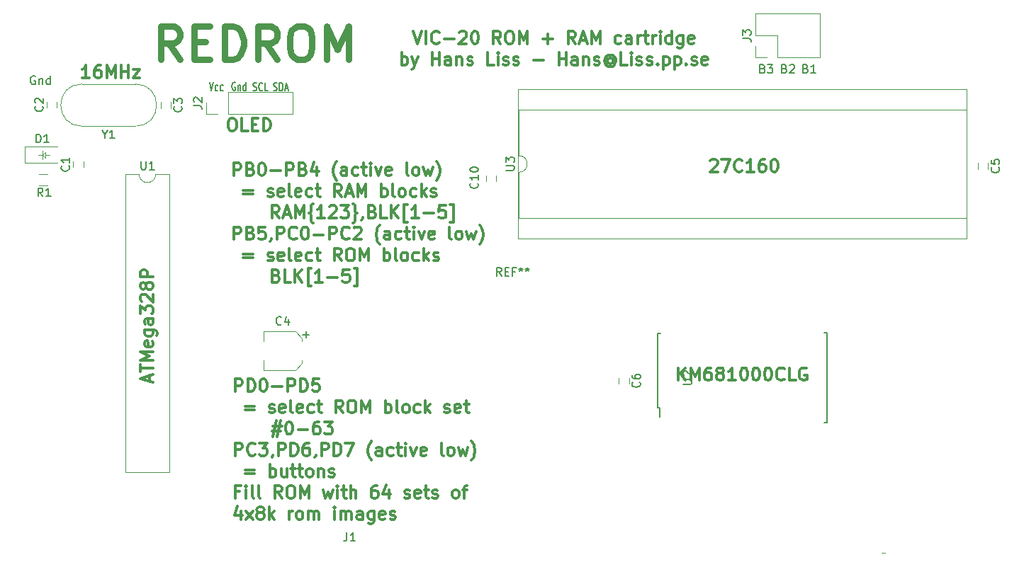
<source format=gbr>
G04 #@! TF.FileFunction,Legend,Top*
%FSLAX46Y46*%
G04 Gerber Fmt 4.6, Leading zero omitted, Abs format (unit mm)*
G04 Created by KiCad (PCBNEW 4.0.7) date 07/31/18 16:17:15*
%MOMM*%
%LPD*%
G01*
G04 APERTURE LIST*
%ADD10C,0.100000*%
%ADD11C,0.800000*%
%ADD12C,0.050000*%
%ADD13C,0.200000*%
%ADD14C,0.175000*%
%ADD15C,0.300000*%
%ADD16C,0.120000*%
%ADD17C,0.150000*%
G04 APERTURE END LIST*
D10*
D11*
X67247619Y-40869524D02*
X65914286Y-38964762D01*
X64961905Y-40869524D02*
X64961905Y-36869524D01*
X66485714Y-36869524D01*
X66866667Y-37060000D01*
X67057143Y-37250476D01*
X67247619Y-37631429D01*
X67247619Y-38202857D01*
X67057143Y-38583810D01*
X66866667Y-38774286D01*
X66485714Y-38964762D01*
X64961905Y-38964762D01*
X68961905Y-38774286D02*
X70295238Y-38774286D01*
X70866667Y-40869524D02*
X68961905Y-40869524D01*
X68961905Y-36869524D01*
X70866667Y-36869524D01*
X72580953Y-40869524D02*
X72580953Y-36869524D01*
X73533334Y-36869524D01*
X74104762Y-37060000D01*
X74485715Y-37440952D01*
X74676191Y-37821905D01*
X74866667Y-38583810D01*
X74866667Y-39155238D01*
X74676191Y-39917143D01*
X74485715Y-40298095D01*
X74104762Y-40679048D01*
X73533334Y-40869524D01*
X72580953Y-40869524D01*
X78866667Y-40869524D02*
X77533334Y-38964762D01*
X76580953Y-40869524D02*
X76580953Y-36869524D01*
X78104762Y-36869524D01*
X78485715Y-37060000D01*
X78676191Y-37250476D01*
X78866667Y-37631429D01*
X78866667Y-38202857D01*
X78676191Y-38583810D01*
X78485715Y-38774286D01*
X78104762Y-38964762D01*
X76580953Y-38964762D01*
X81342858Y-36869524D02*
X82104762Y-36869524D01*
X82485715Y-37060000D01*
X82866667Y-37440952D01*
X83057143Y-38202857D01*
X83057143Y-39536190D01*
X82866667Y-40298095D01*
X82485715Y-40679048D01*
X82104762Y-40869524D01*
X81342858Y-40869524D01*
X80961905Y-40679048D01*
X80580953Y-40298095D01*
X80390477Y-39536190D01*
X80390477Y-38202857D01*
X80580953Y-37440952D01*
X80961905Y-37060000D01*
X81342858Y-36869524D01*
X84771429Y-40869524D02*
X84771429Y-36869524D01*
X86104762Y-39726667D01*
X87438096Y-36869524D01*
X87438096Y-40869524D01*
D12*
X50820000Y-52320000D02*
X50310000Y-52320000D01*
X51720000Y-52320000D02*
X51210000Y-52320000D01*
X50810000Y-52790000D02*
X50810000Y-51810000D01*
X50830000Y-52310000D02*
X51200000Y-51940000D01*
X51190000Y-52670000D02*
X50830000Y-52310000D01*
X51200000Y-51940000D02*
X51190000Y-52670000D01*
D13*
X49957143Y-42900000D02*
X49861905Y-42852381D01*
X49719048Y-42852381D01*
X49576190Y-42900000D01*
X49480952Y-42995238D01*
X49433333Y-43090476D01*
X49385714Y-43280952D01*
X49385714Y-43423810D01*
X49433333Y-43614286D01*
X49480952Y-43709524D01*
X49576190Y-43804762D01*
X49719048Y-43852381D01*
X49814286Y-43852381D01*
X49957143Y-43804762D01*
X50004762Y-43757143D01*
X50004762Y-43423810D01*
X49814286Y-43423810D01*
X50433333Y-43185714D02*
X50433333Y-43852381D01*
X50433333Y-43280952D02*
X50480952Y-43233333D01*
X50576190Y-43185714D01*
X50719048Y-43185714D01*
X50814286Y-43233333D01*
X50861905Y-43328571D01*
X50861905Y-43852381D01*
X51766667Y-43852381D02*
X51766667Y-42852381D01*
X51766667Y-43804762D02*
X51671429Y-43852381D01*
X51480952Y-43852381D01*
X51385714Y-43804762D01*
X51338095Y-43757143D01*
X51290476Y-43661905D01*
X51290476Y-43376190D01*
X51338095Y-43280952D01*
X51385714Y-43233333D01*
X51480952Y-43185714D01*
X51671429Y-43185714D01*
X51766667Y-43233333D01*
X136895239Y-41968571D02*
X137038096Y-42016190D01*
X137085715Y-42063810D01*
X137133334Y-42159048D01*
X137133334Y-42301905D01*
X137085715Y-42397143D01*
X137038096Y-42444762D01*
X136942858Y-42492381D01*
X136561905Y-42492381D01*
X136561905Y-41492381D01*
X136895239Y-41492381D01*
X136990477Y-41540000D01*
X137038096Y-41587619D01*
X137085715Y-41682857D01*
X137085715Y-41778095D01*
X137038096Y-41873333D01*
X136990477Y-41920952D01*
X136895239Y-41968571D01*
X136561905Y-41968571D01*
X137466667Y-41492381D02*
X138085715Y-41492381D01*
X137752381Y-41873333D01*
X137895239Y-41873333D01*
X137990477Y-41920952D01*
X138038096Y-41968571D01*
X138085715Y-42063810D01*
X138085715Y-42301905D01*
X138038096Y-42397143D01*
X137990477Y-42444762D01*
X137895239Y-42492381D01*
X137609524Y-42492381D01*
X137514286Y-42444762D01*
X137466667Y-42397143D01*
X139495239Y-41948571D02*
X139638096Y-41996190D01*
X139685715Y-42043810D01*
X139733334Y-42139048D01*
X139733334Y-42281905D01*
X139685715Y-42377143D01*
X139638096Y-42424762D01*
X139542858Y-42472381D01*
X139161905Y-42472381D01*
X139161905Y-41472381D01*
X139495239Y-41472381D01*
X139590477Y-41520000D01*
X139638096Y-41567619D01*
X139685715Y-41662857D01*
X139685715Y-41758095D01*
X139638096Y-41853333D01*
X139590477Y-41900952D01*
X139495239Y-41948571D01*
X139161905Y-41948571D01*
X140114286Y-41567619D02*
X140161905Y-41520000D01*
X140257143Y-41472381D01*
X140495239Y-41472381D01*
X140590477Y-41520000D01*
X140638096Y-41567619D01*
X140685715Y-41662857D01*
X140685715Y-41758095D01*
X140638096Y-41900952D01*
X140066667Y-42472381D01*
X140685715Y-42472381D01*
X142035239Y-41938571D02*
X142178096Y-41986190D01*
X142225715Y-42033810D01*
X142273334Y-42129048D01*
X142273334Y-42271905D01*
X142225715Y-42367143D01*
X142178096Y-42414762D01*
X142082858Y-42462381D01*
X141701905Y-42462381D01*
X141701905Y-41462381D01*
X142035239Y-41462381D01*
X142130477Y-41510000D01*
X142178096Y-41557619D01*
X142225715Y-41652857D01*
X142225715Y-41748095D01*
X142178096Y-41843333D01*
X142130477Y-41890952D01*
X142035239Y-41938571D01*
X141701905Y-41938571D01*
X143225715Y-42462381D02*
X142654286Y-42462381D01*
X142940000Y-42462381D02*
X142940000Y-41462381D01*
X142844762Y-41605238D01*
X142749524Y-41700476D01*
X142654286Y-41748095D01*
D14*
X78460000Y-44584762D02*
X78560000Y-44632381D01*
X78726667Y-44632381D01*
X78793334Y-44584762D01*
X78826667Y-44537143D01*
X78860000Y-44441905D01*
X78860000Y-44346667D01*
X78826667Y-44251429D01*
X78793334Y-44203810D01*
X78726667Y-44156190D01*
X78593334Y-44108571D01*
X78526667Y-44060952D01*
X78493334Y-44013333D01*
X78460000Y-43918095D01*
X78460000Y-43822857D01*
X78493334Y-43727619D01*
X78526667Y-43680000D01*
X78593334Y-43632381D01*
X78760000Y-43632381D01*
X78860000Y-43680000D01*
X79160001Y-44632381D02*
X79160001Y-43632381D01*
X79326667Y-43632381D01*
X79426667Y-43680000D01*
X79493334Y-43775238D01*
X79526667Y-43870476D01*
X79560001Y-44060952D01*
X79560001Y-44203810D01*
X79526667Y-44394286D01*
X79493334Y-44489524D01*
X79426667Y-44584762D01*
X79326667Y-44632381D01*
X79160001Y-44632381D01*
X79826667Y-44346667D02*
X80160001Y-44346667D01*
X79760001Y-44632381D02*
X79993334Y-43632381D01*
X80226667Y-44632381D01*
X76016666Y-44584762D02*
X76116666Y-44632381D01*
X76283333Y-44632381D01*
X76350000Y-44584762D01*
X76383333Y-44537143D01*
X76416666Y-44441905D01*
X76416666Y-44346667D01*
X76383333Y-44251429D01*
X76350000Y-44203810D01*
X76283333Y-44156190D01*
X76150000Y-44108571D01*
X76083333Y-44060952D01*
X76050000Y-44013333D01*
X76016666Y-43918095D01*
X76016666Y-43822857D01*
X76050000Y-43727619D01*
X76083333Y-43680000D01*
X76150000Y-43632381D01*
X76316666Y-43632381D01*
X76416666Y-43680000D01*
X77116667Y-44537143D02*
X77083333Y-44584762D01*
X76983333Y-44632381D01*
X76916667Y-44632381D01*
X76816667Y-44584762D01*
X76750000Y-44489524D01*
X76716667Y-44394286D01*
X76683333Y-44203810D01*
X76683333Y-44060952D01*
X76716667Y-43870476D01*
X76750000Y-43775238D01*
X76816667Y-43680000D01*
X76916667Y-43632381D01*
X76983333Y-43632381D01*
X77083333Y-43680000D01*
X77116667Y-43727619D01*
X77750000Y-44632381D02*
X77416667Y-44632381D01*
X77416667Y-43632381D01*
X73860000Y-43640000D02*
X73793334Y-43592381D01*
X73693334Y-43592381D01*
X73593334Y-43640000D01*
X73526667Y-43735238D01*
X73493334Y-43830476D01*
X73460000Y-44020952D01*
X73460000Y-44163810D01*
X73493334Y-44354286D01*
X73526667Y-44449524D01*
X73593334Y-44544762D01*
X73693334Y-44592381D01*
X73760000Y-44592381D01*
X73860000Y-44544762D01*
X73893334Y-44497143D01*
X73893334Y-44163810D01*
X73760000Y-44163810D01*
X74193334Y-43925714D02*
X74193334Y-44592381D01*
X74193334Y-44020952D02*
X74226667Y-43973333D01*
X74293334Y-43925714D01*
X74393334Y-43925714D01*
X74460000Y-43973333D01*
X74493334Y-44068571D01*
X74493334Y-44592381D01*
X75126667Y-44592381D02*
X75126667Y-43592381D01*
X75126667Y-44544762D02*
X75060000Y-44592381D01*
X74926667Y-44592381D01*
X74860000Y-44544762D01*
X74826667Y-44497143D01*
X74793333Y-44401905D01*
X74793333Y-44116190D01*
X74826667Y-44020952D01*
X74860000Y-43973333D01*
X74926667Y-43925714D01*
X75060000Y-43925714D01*
X75126667Y-43973333D01*
X70796667Y-43612381D02*
X71030000Y-44612381D01*
X71263333Y-43612381D01*
X71796667Y-44564762D02*
X71730000Y-44612381D01*
X71596667Y-44612381D01*
X71530000Y-44564762D01*
X71496667Y-44517143D01*
X71463333Y-44421905D01*
X71463333Y-44136190D01*
X71496667Y-44040952D01*
X71530000Y-43993333D01*
X71596667Y-43945714D01*
X71730000Y-43945714D01*
X71796667Y-43993333D01*
X72396667Y-44564762D02*
X72330000Y-44612381D01*
X72196667Y-44612381D01*
X72130000Y-44564762D01*
X72096667Y-44517143D01*
X72063333Y-44421905D01*
X72063333Y-44136190D01*
X72096667Y-44040952D01*
X72130000Y-43993333D01*
X72196667Y-43945714D01*
X72330000Y-43945714D01*
X72396667Y-43993333D01*
D15*
X73371428Y-47908571D02*
X73657142Y-47908571D01*
X73800000Y-47980000D01*
X73942857Y-48122857D01*
X74014285Y-48408571D01*
X74014285Y-48908571D01*
X73942857Y-49194286D01*
X73800000Y-49337143D01*
X73657142Y-49408571D01*
X73371428Y-49408571D01*
X73228571Y-49337143D01*
X73085714Y-49194286D01*
X73014285Y-48908571D01*
X73014285Y-48408571D01*
X73085714Y-48122857D01*
X73228571Y-47980000D01*
X73371428Y-47908571D01*
X75371429Y-49408571D02*
X74657143Y-49408571D01*
X74657143Y-47908571D01*
X75871429Y-48622857D02*
X76371429Y-48622857D01*
X76585715Y-49408571D02*
X75871429Y-49408571D01*
X75871429Y-47908571D01*
X76585715Y-47908571D01*
X77228572Y-49408571D02*
X77228572Y-47908571D01*
X77585715Y-47908571D01*
X77800000Y-47980000D01*
X77942858Y-48122857D01*
X78014286Y-48265714D01*
X78085715Y-48551429D01*
X78085715Y-48765714D01*
X78014286Y-49051429D01*
X77942858Y-49194286D01*
X77800000Y-49337143D01*
X77585715Y-49408571D01*
X77228572Y-49408571D01*
X63620000Y-79378571D02*
X63620000Y-78664285D01*
X64048571Y-79521428D02*
X62548571Y-79021428D01*
X64048571Y-78521428D01*
X62548571Y-78235714D02*
X62548571Y-77378571D01*
X64048571Y-77807142D02*
X62548571Y-77807142D01*
X64048571Y-76878571D02*
X62548571Y-76878571D01*
X63620000Y-76378571D01*
X62548571Y-75878571D01*
X64048571Y-75878571D01*
X63977143Y-74592857D02*
X64048571Y-74735714D01*
X64048571Y-75021428D01*
X63977143Y-75164285D01*
X63834286Y-75235714D01*
X63262857Y-75235714D01*
X63120000Y-75164285D01*
X63048571Y-75021428D01*
X63048571Y-74735714D01*
X63120000Y-74592857D01*
X63262857Y-74521428D01*
X63405714Y-74521428D01*
X63548571Y-75235714D01*
X63048571Y-73235714D02*
X64262857Y-73235714D01*
X64405714Y-73307143D01*
X64477143Y-73378571D01*
X64548571Y-73521428D01*
X64548571Y-73735714D01*
X64477143Y-73878571D01*
X63977143Y-73235714D02*
X64048571Y-73378571D01*
X64048571Y-73664285D01*
X63977143Y-73807143D01*
X63905714Y-73878571D01*
X63762857Y-73950000D01*
X63334286Y-73950000D01*
X63191429Y-73878571D01*
X63120000Y-73807143D01*
X63048571Y-73664285D01*
X63048571Y-73378571D01*
X63120000Y-73235714D01*
X64048571Y-71878571D02*
X63262857Y-71878571D01*
X63120000Y-71950000D01*
X63048571Y-72092857D01*
X63048571Y-72378571D01*
X63120000Y-72521428D01*
X63977143Y-71878571D02*
X64048571Y-72021428D01*
X64048571Y-72378571D01*
X63977143Y-72521428D01*
X63834286Y-72592857D01*
X63691429Y-72592857D01*
X63548571Y-72521428D01*
X63477143Y-72378571D01*
X63477143Y-72021428D01*
X63405714Y-71878571D01*
X62548571Y-71307142D02*
X62548571Y-70378571D01*
X63120000Y-70878571D01*
X63120000Y-70664285D01*
X63191429Y-70521428D01*
X63262857Y-70449999D01*
X63405714Y-70378571D01*
X63762857Y-70378571D01*
X63905714Y-70449999D01*
X63977143Y-70521428D01*
X64048571Y-70664285D01*
X64048571Y-71092857D01*
X63977143Y-71235714D01*
X63905714Y-71307142D01*
X62691429Y-69807143D02*
X62620000Y-69735714D01*
X62548571Y-69592857D01*
X62548571Y-69235714D01*
X62620000Y-69092857D01*
X62691429Y-69021428D01*
X62834286Y-68950000D01*
X62977143Y-68950000D01*
X63191429Y-69021428D01*
X64048571Y-69878571D01*
X64048571Y-68950000D01*
X63191429Y-68092857D02*
X63120000Y-68235715D01*
X63048571Y-68307143D01*
X62905714Y-68378572D01*
X62834286Y-68378572D01*
X62691429Y-68307143D01*
X62620000Y-68235715D01*
X62548571Y-68092857D01*
X62548571Y-67807143D01*
X62620000Y-67664286D01*
X62691429Y-67592857D01*
X62834286Y-67521429D01*
X62905714Y-67521429D01*
X63048571Y-67592857D01*
X63120000Y-67664286D01*
X63191429Y-67807143D01*
X63191429Y-68092857D01*
X63262857Y-68235715D01*
X63334286Y-68307143D01*
X63477143Y-68378572D01*
X63762857Y-68378572D01*
X63905714Y-68307143D01*
X63977143Y-68235715D01*
X64048571Y-68092857D01*
X64048571Y-67807143D01*
X63977143Y-67664286D01*
X63905714Y-67592857D01*
X63762857Y-67521429D01*
X63477143Y-67521429D01*
X63334286Y-67592857D01*
X63262857Y-67664286D01*
X63191429Y-67807143D01*
X64048571Y-66878572D02*
X62548571Y-66878572D01*
X62548571Y-66307144D01*
X62620000Y-66164286D01*
X62691429Y-66092858D01*
X62834286Y-66021429D01*
X63048571Y-66021429D01*
X63191429Y-66092858D01*
X63262857Y-66164286D01*
X63334286Y-66307144D01*
X63334286Y-66878572D01*
X56474286Y-43088571D02*
X55617143Y-43088571D01*
X56045715Y-43088571D02*
X56045715Y-41588571D01*
X55902858Y-41802857D01*
X55760000Y-41945714D01*
X55617143Y-42017143D01*
X57760000Y-41588571D02*
X57474286Y-41588571D01*
X57331429Y-41660000D01*
X57260000Y-41731429D01*
X57117143Y-41945714D01*
X57045714Y-42231429D01*
X57045714Y-42802857D01*
X57117143Y-42945714D01*
X57188571Y-43017143D01*
X57331429Y-43088571D01*
X57617143Y-43088571D01*
X57760000Y-43017143D01*
X57831429Y-42945714D01*
X57902857Y-42802857D01*
X57902857Y-42445714D01*
X57831429Y-42302857D01*
X57760000Y-42231429D01*
X57617143Y-42160000D01*
X57331429Y-42160000D01*
X57188571Y-42231429D01*
X57117143Y-42302857D01*
X57045714Y-42445714D01*
X58545714Y-43088571D02*
X58545714Y-41588571D01*
X59045714Y-42660000D01*
X59545714Y-41588571D01*
X59545714Y-43088571D01*
X60260000Y-43088571D02*
X60260000Y-41588571D01*
X60260000Y-42302857D02*
X61117143Y-42302857D01*
X61117143Y-43088571D02*
X61117143Y-41588571D01*
X61688572Y-42088571D02*
X62474286Y-42088571D01*
X61688572Y-43088571D01*
X62474286Y-43088571D01*
X130634287Y-52961429D02*
X130705716Y-52890000D01*
X130848573Y-52818571D01*
X131205716Y-52818571D01*
X131348573Y-52890000D01*
X131420002Y-52961429D01*
X131491430Y-53104286D01*
X131491430Y-53247143D01*
X131420002Y-53461429D01*
X130562859Y-54318571D01*
X131491430Y-54318571D01*
X131991430Y-52818571D02*
X132991430Y-52818571D01*
X132348573Y-54318571D01*
X134420001Y-54175714D02*
X134348572Y-54247143D01*
X134134286Y-54318571D01*
X133991429Y-54318571D01*
X133777144Y-54247143D01*
X133634286Y-54104286D01*
X133562858Y-53961429D01*
X133491429Y-53675714D01*
X133491429Y-53461429D01*
X133562858Y-53175714D01*
X133634286Y-53032857D01*
X133777144Y-52890000D01*
X133991429Y-52818571D01*
X134134286Y-52818571D01*
X134348572Y-52890000D01*
X134420001Y-52961429D01*
X135848572Y-54318571D02*
X134991429Y-54318571D01*
X135420001Y-54318571D02*
X135420001Y-52818571D01*
X135277144Y-53032857D01*
X135134286Y-53175714D01*
X134991429Y-53247143D01*
X137134286Y-52818571D02*
X136848572Y-52818571D01*
X136705715Y-52890000D01*
X136634286Y-52961429D01*
X136491429Y-53175714D01*
X136420000Y-53461429D01*
X136420000Y-54032857D01*
X136491429Y-54175714D01*
X136562857Y-54247143D01*
X136705715Y-54318571D01*
X136991429Y-54318571D01*
X137134286Y-54247143D01*
X137205715Y-54175714D01*
X137277143Y-54032857D01*
X137277143Y-53675714D01*
X137205715Y-53532857D01*
X137134286Y-53461429D01*
X136991429Y-53390000D01*
X136705715Y-53390000D01*
X136562857Y-53461429D01*
X136491429Y-53532857D01*
X136420000Y-53675714D01*
X138205714Y-52818571D02*
X138348571Y-52818571D01*
X138491428Y-52890000D01*
X138562857Y-52961429D01*
X138634286Y-53104286D01*
X138705714Y-53390000D01*
X138705714Y-53747143D01*
X138634286Y-54032857D01*
X138562857Y-54175714D01*
X138491428Y-54247143D01*
X138348571Y-54318571D01*
X138205714Y-54318571D01*
X138062857Y-54247143D01*
X137991428Y-54175714D01*
X137920000Y-54032857D01*
X137848571Y-53747143D01*
X137848571Y-53390000D01*
X137920000Y-53104286D01*
X137991428Y-52961429D01*
X138062857Y-52890000D01*
X138205714Y-52818571D01*
X126807144Y-79248571D02*
X126807144Y-77748571D01*
X127664287Y-79248571D02*
X127021430Y-78391429D01*
X127664287Y-77748571D02*
X126807144Y-78605714D01*
X128307144Y-79248571D02*
X128307144Y-77748571D01*
X128807144Y-78820000D01*
X129307144Y-77748571D01*
X129307144Y-79248571D01*
X130664287Y-77748571D02*
X130378573Y-77748571D01*
X130235716Y-77820000D01*
X130164287Y-77891429D01*
X130021430Y-78105714D01*
X129950001Y-78391429D01*
X129950001Y-78962857D01*
X130021430Y-79105714D01*
X130092858Y-79177143D01*
X130235716Y-79248571D01*
X130521430Y-79248571D01*
X130664287Y-79177143D01*
X130735716Y-79105714D01*
X130807144Y-78962857D01*
X130807144Y-78605714D01*
X130735716Y-78462857D01*
X130664287Y-78391429D01*
X130521430Y-78320000D01*
X130235716Y-78320000D01*
X130092858Y-78391429D01*
X130021430Y-78462857D01*
X129950001Y-78605714D01*
X131664287Y-78391429D02*
X131521429Y-78320000D01*
X131450001Y-78248571D01*
X131378572Y-78105714D01*
X131378572Y-78034286D01*
X131450001Y-77891429D01*
X131521429Y-77820000D01*
X131664287Y-77748571D01*
X131950001Y-77748571D01*
X132092858Y-77820000D01*
X132164287Y-77891429D01*
X132235715Y-78034286D01*
X132235715Y-78105714D01*
X132164287Y-78248571D01*
X132092858Y-78320000D01*
X131950001Y-78391429D01*
X131664287Y-78391429D01*
X131521429Y-78462857D01*
X131450001Y-78534286D01*
X131378572Y-78677143D01*
X131378572Y-78962857D01*
X131450001Y-79105714D01*
X131521429Y-79177143D01*
X131664287Y-79248571D01*
X131950001Y-79248571D01*
X132092858Y-79177143D01*
X132164287Y-79105714D01*
X132235715Y-78962857D01*
X132235715Y-78677143D01*
X132164287Y-78534286D01*
X132092858Y-78462857D01*
X131950001Y-78391429D01*
X133664286Y-79248571D02*
X132807143Y-79248571D01*
X133235715Y-79248571D02*
X133235715Y-77748571D01*
X133092858Y-77962857D01*
X132950000Y-78105714D01*
X132807143Y-78177143D01*
X134592857Y-77748571D02*
X134735714Y-77748571D01*
X134878571Y-77820000D01*
X134950000Y-77891429D01*
X135021429Y-78034286D01*
X135092857Y-78320000D01*
X135092857Y-78677143D01*
X135021429Y-78962857D01*
X134950000Y-79105714D01*
X134878571Y-79177143D01*
X134735714Y-79248571D01*
X134592857Y-79248571D01*
X134450000Y-79177143D01*
X134378571Y-79105714D01*
X134307143Y-78962857D01*
X134235714Y-78677143D01*
X134235714Y-78320000D01*
X134307143Y-78034286D01*
X134378571Y-77891429D01*
X134450000Y-77820000D01*
X134592857Y-77748571D01*
X136021428Y-77748571D02*
X136164285Y-77748571D01*
X136307142Y-77820000D01*
X136378571Y-77891429D01*
X136450000Y-78034286D01*
X136521428Y-78320000D01*
X136521428Y-78677143D01*
X136450000Y-78962857D01*
X136378571Y-79105714D01*
X136307142Y-79177143D01*
X136164285Y-79248571D01*
X136021428Y-79248571D01*
X135878571Y-79177143D01*
X135807142Y-79105714D01*
X135735714Y-78962857D01*
X135664285Y-78677143D01*
X135664285Y-78320000D01*
X135735714Y-78034286D01*
X135807142Y-77891429D01*
X135878571Y-77820000D01*
X136021428Y-77748571D01*
X137449999Y-77748571D02*
X137592856Y-77748571D01*
X137735713Y-77820000D01*
X137807142Y-77891429D01*
X137878571Y-78034286D01*
X137949999Y-78320000D01*
X137949999Y-78677143D01*
X137878571Y-78962857D01*
X137807142Y-79105714D01*
X137735713Y-79177143D01*
X137592856Y-79248571D01*
X137449999Y-79248571D01*
X137307142Y-79177143D01*
X137235713Y-79105714D01*
X137164285Y-78962857D01*
X137092856Y-78677143D01*
X137092856Y-78320000D01*
X137164285Y-78034286D01*
X137235713Y-77891429D01*
X137307142Y-77820000D01*
X137449999Y-77748571D01*
X139449999Y-79105714D02*
X139378570Y-79177143D01*
X139164284Y-79248571D01*
X139021427Y-79248571D01*
X138807142Y-79177143D01*
X138664284Y-79034286D01*
X138592856Y-78891429D01*
X138521427Y-78605714D01*
X138521427Y-78391429D01*
X138592856Y-78105714D01*
X138664284Y-77962857D01*
X138807142Y-77820000D01*
X139021427Y-77748571D01*
X139164284Y-77748571D01*
X139378570Y-77820000D01*
X139449999Y-77891429D01*
X140807142Y-79248571D02*
X140092856Y-79248571D01*
X140092856Y-77748571D01*
X142092856Y-77820000D02*
X141949999Y-77748571D01*
X141735713Y-77748571D01*
X141521428Y-77820000D01*
X141378570Y-77962857D01*
X141307142Y-78105714D01*
X141235713Y-78391429D01*
X141235713Y-78605714D01*
X141307142Y-78891429D01*
X141378570Y-79034286D01*
X141521428Y-79177143D01*
X141735713Y-79248571D01*
X141878570Y-79248571D01*
X142092856Y-79177143D01*
X142164285Y-79105714D01*
X142164285Y-78605714D01*
X141878570Y-78605714D01*
X73877443Y-80595071D02*
X73877443Y-79095071D01*
X74448871Y-79095071D01*
X74591729Y-79166500D01*
X74663157Y-79237929D01*
X74734586Y-79380786D01*
X74734586Y-79595071D01*
X74663157Y-79737929D01*
X74591729Y-79809357D01*
X74448871Y-79880786D01*
X73877443Y-79880786D01*
X75377443Y-80595071D02*
X75377443Y-79095071D01*
X75734586Y-79095071D01*
X75948871Y-79166500D01*
X76091729Y-79309357D01*
X76163157Y-79452214D01*
X76234586Y-79737929D01*
X76234586Y-79952214D01*
X76163157Y-80237929D01*
X76091729Y-80380786D01*
X75948871Y-80523643D01*
X75734586Y-80595071D01*
X75377443Y-80595071D01*
X77163157Y-79095071D02*
X77306014Y-79095071D01*
X77448871Y-79166500D01*
X77520300Y-79237929D01*
X77591729Y-79380786D01*
X77663157Y-79666500D01*
X77663157Y-80023643D01*
X77591729Y-80309357D01*
X77520300Y-80452214D01*
X77448871Y-80523643D01*
X77306014Y-80595071D01*
X77163157Y-80595071D01*
X77020300Y-80523643D01*
X76948871Y-80452214D01*
X76877443Y-80309357D01*
X76806014Y-80023643D01*
X76806014Y-79666500D01*
X76877443Y-79380786D01*
X76948871Y-79237929D01*
X77020300Y-79166500D01*
X77163157Y-79095071D01*
X78306014Y-80023643D02*
X79448871Y-80023643D01*
X80163157Y-80595071D02*
X80163157Y-79095071D01*
X80734585Y-79095071D01*
X80877443Y-79166500D01*
X80948871Y-79237929D01*
X81020300Y-79380786D01*
X81020300Y-79595071D01*
X80948871Y-79737929D01*
X80877443Y-79809357D01*
X80734585Y-79880786D01*
X80163157Y-79880786D01*
X81663157Y-80595071D02*
X81663157Y-79095071D01*
X82020300Y-79095071D01*
X82234585Y-79166500D01*
X82377443Y-79309357D01*
X82448871Y-79452214D01*
X82520300Y-79737929D01*
X82520300Y-79952214D01*
X82448871Y-80237929D01*
X82377443Y-80380786D01*
X82234585Y-80523643D01*
X82020300Y-80595071D01*
X81663157Y-80595071D01*
X83877443Y-79095071D02*
X83163157Y-79095071D01*
X83091728Y-79809357D01*
X83163157Y-79737929D01*
X83306014Y-79666500D01*
X83663157Y-79666500D01*
X83806014Y-79737929D01*
X83877443Y-79809357D01*
X83948871Y-79952214D01*
X83948871Y-80309357D01*
X83877443Y-80452214D01*
X83806014Y-80523643D01*
X83663157Y-80595071D01*
X83306014Y-80595071D01*
X83163157Y-80523643D01*
X83091728Y-80452214D01*
X75020300Y-82359357D02*
X76163157Y-82359357D01*
X76163157Y-82787929D02*
X75020300Y-82787929D01*
X77948871Y-83073643D02*
X78091728Y-83145071D01*
X78377443Y-83145071D01*
X78520300Y-83073643D01*
X78591728Y-82930786D01*
X78591728Y-82859357D01*
X78520300Y-82716500D01*
X78377443Y-82645071D01*
X78163157Y-82645071D01*
X78020300Y-82573643D01*
X77948871Y-82430786D01*
X77948871Y-82359357D01*
X78020300Y-82216500D01*
X78163157Y-82145071D01*
X78377443Y-82145071D01*
X78520300Y-82216500D01*
X79806014Y-83073643D02*
X79663157Y-83145071D01*
X79377443Y-83145071D01*
X79234586Y-83073643D01*
X79163157Y-82930786D01*
X79163157Y-82359357D01*
X79234586Y-82216500D01*
X79377443Y-82145071D01*
X79663157Y-82145071D01*
X79806014Y-82216500D01*
X79877443Y-82359357D01*
X79877443Y-82502214D01*
X79163157Y-82645071D01*
X80734586Y-83145071D02*
X80591728Y-83073643D01*
X80520300Y-82930786D01*
X80520300Y-81645071D01*
X81877442Y-83073643D02*
X81734585Y-83145071D01*
X81448871Y-83145071D01*
X81306014Y-83073643D01*
X81234585Y-82930786D01*
X81234585Y-82359357D01*
X81306014Y-82216500D01*
X81448871Y-82145071D01*
X81734585Y-82145071D01*
X81877442Y-82216500D01*
X81948871Y-82359357D01*
X81948871Y-82502214D01*
X81234585Y-82645071D01*
X83234585Y-83073643D02*
X83091728Y-83145071D01*
X82806014Y-83145071D01*
X82663156Y-83073643D01*
X82591728Y-83002214D01*
X82520299Y-82859357D01*
X82520299Y-82430786D01*
X82591728Y-82287929D01*
X82663156Y-82216500D01*
X82806014Y-82145071D01*
X83091728Y-82145071D01*
X83234585Y-82216500D01*
X83663156Y-82145071D02*
X84234585Y-82145071D01*
X83877442Y-81645071D02*
X83877442Y-82930786D01*
X83948870Y-83073643D01*
X84091728Y-83145071D01*
X84234585Y-83145071D01*
X86734585Y-83145071D02*
X86234585Y-82430786D01*
X85877442Y-83145071D02*
X85877442Y-81645071D01*
X86448870Y-81645071D01*
X86591728Y-81716500D01*
X86663156Y-81787929D01*
X86734585Y-81930786D01*
X86734585Y-82145071D01*
X86663156Y-82287929D01*
X86591728Y-82359357D01*
X86448870Y-82430786D01*
X85877442Y-82430786D01*
X87663156Y-81645071D02*
X87948870Y-81645071D01*
X88091728Y-81716500D01*
X88234585Y-81859357D01*
X88306013Y-82145071D01*
X88306013Y-82645071D01*
X88234585Y-82930786D01*
X88091728Y-83073643D01*
X87948870Y-83145071D01*
X87663156Y-83145071D01*
X87520299Y-83073643D01*
X87377442Y-82930786D01*
X87306013Y-82645071D01*
X87306013Y-82145071D01*
X87377442Y-81859357D01*
X87520299Y-81716500D01*
X87663156Y-81645071D01*
X88948871Y-83145071D02*
X88948871Y-81645071D01*
X89448871Y-82716500D01*
X89948871Y-81645071D01*
X89948871Y-83145071D01*
X91806014Y-83145071D02*
X91806014Y-81645071D01*
X91806014Y-82216500D02*
X91948871Y-82145071D01*
X92234585Y-82145071D01*
X92377442Y-82216500D01*
X92448871Y-82287929D01*
X92520300Y-82430786D01*
X92520300Y-82859357D01*
X92448871Y-83002214D01*
X92377442Y-83073643D01*
X92234585Y-83145071D01*
X91948871Y-83145071D01*
X91806014Y-83073643D01*
X93377443Y-83145071D02*
X93234585Y-83073643D01*
X93163157Y-82930786D01*
X93163157Y-81645071D01*
X94163157Y-83145071D02*
X94020299Y-83073643D01*
X93948871Y-83002214D01*
X93877442Y-82859357D01*
X93877442Y-82430786D01*
X93948871Y-82287929D01*
X94020299Y-82216500D01*
X94163157Y-82145071D01*
X94377442Y-82145071D01*
X94520299Y-82216500D01*
X94591728Y-82287929D01*
X94663157Y-82430786D01*
X94663157Y-82859357D01*
X94591728Y-83002214D01*
X94520299Y-83073643D01*
X94377442Y-83145071D01*
X94163157Y-83145071D01*
X95948871Y-83073643D02*
X95806014Y-83145071D01*
X95520300Y-83145071D01*
X95377442Y-83073643D01*
X95306014Y-83002214D01*
X95234585Y-82859357D01*
X95234585Y-82430786D01*
X95306014Y-82287929D01*
X95377442Y-82216500D01*
X95520300Y-82145071D01*
X95806014Y-82145071D01*
X95948871Y-82216500D01*
X96591728Y-83145071D02*
X96591728Y-81645071D01*
X96734585Y-82573643D02*
X97163156Y-83145071D01*
X97163156Y-82145071D02*
X96591728Y-82716500D01*
X98877442Y-83073643D02*
X99020299Y-83145071D01*
X99306014Y-83145071D01*
X99448871Y-83073643D01*
X99520299Y-82930786D01*
X99520299Y-82859357D01*
X99448871Y-82716500D01*
X99306014Y-82645071D01*
X99091728Y-82645071D01*
X98948871Y-82573643D01*
X98877442Y-82430786D01*
X98877442Y-82359357D01*
X98948871Y-82216500D01*
X99091728Y-82145071D01*
X99306014Y-82145071D01*
X99448871Y-82216500D01*
X100734585Y-83073643D02*
X100591728Y-83145071D01*
X100306014Y-83145071D01*
X100163157Y-83073643D01*
X100091728Y-82930786D01*
X100091728Y-82359357D01*
X100163157Y-82216500D01*
X100306014Y-82145071D01*
X100591728Y-82145071D01*
X100734585Y-82216500D01*
X100806014Y-82359357D01*
X100806014Y-82502214D01*
X100091728Y-82645071D01*
X101234585Y-82145071D02*
X101806014Y-82145071D01*
X101448871Y-81645071D02*
X101448871Y-82930786D01*
X101520299Y-83073643D01*
X101663157Y-83145071D01*
X101806014Y-83145071D01*
X78377442Y-84695071D02*
X79448871Y-84695071D01*
X78806014Y-84052214D02*
X78377442Y-85980786D01*
X79306014Y-85337929D02*
X78234585Y-85337929D01*
X78877442Y-85980786D02*
X79306014Y-84052214D01*
X80234585Y-84195071D02*
X80377442Y-84195071D01*
X80520299Y-84266500D01*
X80591728Y-84337929D01*
X80663157Y-84480786D01*
X80734585Y-84766500D01*
X80734585Y-85123643D01*
X80663157Y-85409357D01*
X80591728Y-85552214D01*
X80520299Y-85623643D01*
X80377442Y-85695071D01*
X80234585Y-85695071D01*
X80091728Y-85623643D01*
X80020299Y-85552214D01*
X79948871Y-85409357D01*
X79877442Y-85123643D01*
X79877442Y-84766500D01*
X79948871Y-84480786D01*
X80020299Y-84337929D01*
X80091728Y-84266500D01*
X80234585Y-84195071D01*
X81377442Y-85123643D02*
X82520299Y-85123643D01*
X83877442Y-84195071D02*
X83591728Y-84195071D01*
X83448871Y-84266500D01*
X83377442Y-84337929D01*
X83234585Y-84552214D01*
X83163156Y-84837929D01*
X83163156Y-85409357D01*
X83234585Y-85552214D01*
X83306013Y-85623643D01*
X83448871Y-85695071D01*
X83734585Y-85695071D01*
X83877442Y-85623643D01*
X83948871Y-85552214D01*
X84020299Y-85409357D01*
X84020299Y-85052214D01*
X83948871Y-84909357D01*
X83877442Y-84837929D01*
X83734585Y-84766500D01*
X83448871Y-84766500D01*
X83306013Y-84837929D01*
X83234585Y-84909357D01*
X83163156Y-85052214D01*
X84520299Y-84195071D02*
X85448870Y-84195071D01*
X84948870Y-84766500D01*
X85163156Y-84766500D01*
X85306013Y-84837929D01*
X85377442Y-84909357D01*
X85448870Y-85052214D01*
X85448870Y-85409357D01*
X85377442Y-85552214D01*
X85306013Y-85623643D01*
X85163156Y-85695071D01*
X84734584Y-85695071D01*
X84591727Y-85623643D01*
X84520299Y-85552214D01*
X73877443Y-88245071D02*
X73877443Y-86745071D01*
X74448871Y-86745071D01*
X74591729Y-86816500D01*
X74663157Y-86887929D01*
X74734586Y-87030786D01*
X74734586Y-87245071D01*
X74663157Y-87387929D01*
X74591729Y-87459357D01*
X74448871Y-87530786D01*
X73877443Y-87530786D01*
X76234586Y-88102214D02*
X76163157Y-88173643D01*
X75948871Y-88245071D01*
X75806014Y-88245071D01*
X75591729Y-88173643D01*
X75448871Y-88030786D01*
X75377443Y-87887929D01*
X75306014Y-87602214D01*
X75306014Y-87387929D01*
X75377443Y-87102214D01*
X75448871Y-86959357D01*
X75591729Y-86816500D01*
X75806014Y-86745071D01*
X75948871Y-86745071D01*
X76163157Y-86816500D01*
X76234586Y-86887929D01*
X76734586Y-86745071D02*
X77663157Y-86745071D01*
X77163157Y-87316500D01*
X77377443Y-87316500D01*
X77520300Y-87387929D01*
X77591729Y-87459357D01*
X77663157Y-87602214D01*
X77663157Y-87959357D01*
X77591729Y-88102214D01*
X77520300Y-88173643D01*
X77377443Y-88245071D01*
X76948871Y-88245071D01*
X76806014Y-88173643D01*
X76734586Y-88102214D01*
X78377442Y-88173643D02*
X78377442Y-88245071D01*
X78306014Y-88387929D01*
X78234585Y-88459357D01*
X79020300Y-88245071D02*
X79020300Y-86745071D01*
X79591728Y-86745071D01*
X79734586Y-86816500D01*
X79806014Y-86887929D01*
X79877443Y-87030786D01*
X79877443Y-87245071D01*
X79806014Y-87387929D01*
X79734586Y-87459357D01*
X79591728Y-87530786D01*
X79020300Y-87530786D01*
X80520300Y-88245071D02*
X80520300Y-86745071D01*
X80877443Y-86745071D01*
X81091728Y-86816500D01*
X81234586Y-86959357D01*
X81306014Y-87102214D01*
X81377443Y-87387929D01*
X81377443Y-87602214D01*
X81306014Y-87887929D01*
X81234586Y-88030786D01*
X81091728Y-88173643D01*
X80877443Y-88245071D01*
X80520300Y-88245071D01*
X82663157Y-86745071D02*
X82377443Y-86745071D01*
X82234586Y-86816500D01*
X82163157Y-86887929D01*
X82020300Y-87102214D01*
X81948871Y-87387929D01*
X81948871Y-87959357D01*
X82020300Y-88102214D01*
X82091728Y-88173643D01*
X82234586Y-88245071D01*
X82520300Y-88245071D01*
X82663157Y-88173643D01*
X82734586Y-88102214D01*
X82806014Y-87959357D01*
X82806014Y-87602214D01*
X82734586Y-87459357D01*
X82663157Y-87387929D01*
X82520300Y-87316500D01*
X82234586Y-87316500D01*
X82091728Y-87387929D01*
X82020300Y-87459357D01*
X81948871Y-87602214D01*
X83520299Y-88173643D02*
X83520299Y-88245071D01*
X83448871Y-88387929D01*
X83377442Y-88459357D01*
X84163157Y-88245071D02*
X84163157Y-86745071D01*
X84734585Y-86745071D01*
X84877443Y-86816500D01*
X84948871Y-86887929D01*
X85020300Y-87030786D01*
X85020300Y-87245071D01*
X84948871Y-87387929D01*
X84877443Y-87459357D01*
X84734585Y-87530786D01*
X84163157Y-87530786D01*
X85663157Y-88245071D02*
X85663157Y-86745071D01*
X86020300Y-86745071D01*
X86234585Y-86816500D01*
X86377443Y-86959357D01*
X86448871Y-87102214D01*
X86520300Y-87387929D01*
X86520300Y-87602214D01*
X86448871Y-87887929D01*
X86377443Y-88030786D01*
X86234585Y-88173643D01*
X86020300Y-88245071D01*
X85663157Y-88245071D01*
X87020300Y-86745071D02*
X88020300Y-86745071D01*
X87377443Y-88245071D01*
X90163156Y-88816500D02*
X90091728Y-88745071D01*
X89948871Y-88530786D01*
X89877442Y-88387929D01*
X89806013Y-88173643D01*
X89734585Y-87816500D01*
X89734585Y-87530786D01*
X89806013Y-87173643D01*
X89877442Y-86959357D01*
X89948871Y-86816500D01*
X90091728Y-86602214D01*
X90163156Y-86530786D01*
X91377442Y-88245071D02*
X91377442Y-87459357D01*
X91306013Y-87316500D01*
X91163156Y-87245071D01*
X90877442Y-87245071D01*
X90734585Y-87316500D01*
X91377442Y-88173643D02*
X91234585Y-88245071D01*
X90877442Y-88245071D01*
X90734585Y-88173643D01*
X90663156Y-88030786D01*
X90663156Y-87887929D01*
X90734585Y-87745071D01*
X90877442Y-87673643D01*
X91234585Y-87673643D01*
X91377442Y-87602214D01*
X92734585Y-88173643D02*
X92591728Y-88245071D01*
X92306014Y-88245071D01*
X92163156Y-88173643D01*
X92091728Y-88102214D01*
X92020299Y-87959357D01*
X92020299Y-87530786D01*
X92091728Y-87387929D01*
X92163156Y-87316500D01*
X92306014Y-87245071D01*
X92591728Y-87245071D01*
X92734585Y-87316500D01*
X93163156Y-87245071D02*
X93734585Y-87245071D01*
X93377442Y-86745071D02*
X93377442Y-88030786D01*
X93448870Y-88173643D01*
X93591728Y-88245071D01*
X93734585Y-88245071D01*
X94234585Y-88245071D02*
X94234585Y-87245071D01*
X94234585Y-86745071D02*
X94163156Y-86816500D01*
X94234585Y-86887929D01*
X94306013Y-86816500D01*
X94234585Y-86745071D01*
X94234585Y-86887929D01*
X94806014Y-87245071D02*
X95163157Y-88245071D01*
X95520299Y-87245071D01*
X96663156Y-88173643D02*
X96520299Y-88245071D01*
X96234585Y-88245071D01*
X96091728Y-88173643D01*
X96020299Y-88030786D01*
X96020299Y-87459357D01*
X96091728Y-87316500D01*
X96234585Y-87245071D01*
X96520299Y-87245071D01*
X96663156Y-87316500D01*
X96734585Y-87459357D01*
X96734585Y-87602214D01*
X96020299Y-87745071D01*
X98734585Y-88245071D02*
X98591727Y-88173643D01*
X98520299Y-88030786D01*
X98520299Y-86745071D01*
X99520299Y-88245071D02*
X99377441Y-88173643D01*
X99306013Y-88102214D01*
X99234584Y-87959357D01*
X99234584Y-87530786D01*
X99306013Y-87387929D01*
X99377441Y-87316500D01*
X99520299Y-87245071D01*
X99734584Y-87245071D01*
X99877441Y-87316500D01*
X99948870Y-87387929D01*
X100020299Y-87530786D01*
X100020299Y-87959357D01*
X99948870Y-88102214D01*
X99877441Y-88173643D01*
X99734584Y-88245071D01*
X99520299Y-88245071D01*
X100520299Y-87245071D02*
X100806013Y-88245071D01*
X101091727Y-87530786D01*
X101377442Y-88245071D01*
X101663156Y-87245071D01*
X102091728Y-88816500D02*
X102163156Y-88745071D01*
X102306013Y-88530786D01*
X102377442Y-88387929D01*
X102448871Y-88173643D01*
X102520299Y-87816500D01*
X102520299Y-87530786D01*
X102448871Y-87173643D01*
X102377442Y-86959357D01*
X102306013Y-86816500D01*
X102163156Y-86602214D01*
X102091728Y-86530786D01*
X75020300Y-90009357D02*
X76163157Y-90009357D01*
X76163157Y-90437929D02*
X75020300Y-90437929D01*
X78020300Y-90795071D02*
X78020300Y-89295071D01*
X78020300Y-89866500D02*
X78163157Y-89795071D01*
X78448871Y-89795071D01*
X78591728Y-89866500D01*
X78663157Y-89937929D01*
X78734586Y-90080786D01*
X78734586Y-90509357D01*
X78663157Y-90652214D01*
X78591728Y-90723643D01*
X78448871Y-90795071D01*
X78163157Y-90795071D01*
X78020300Y-90723643D01*
X80020300Y-89795071D02*
X80020300Y-90795071D01*
X79377443Y-89795071D02*
X79377443Y-90580786D01*
X79448871Y-90723643D01*
X79591729Y-90795071D01*
X79806014Y-90795071D01*
X79948871Y-90723643D01*
X80020300Y-90652214D01*
X80520300Y-89795071D02*
X81091729Y-89795071D01*
X80734586Y-89295071D02*
X80734586Y-90580786D01*
X80806014Y-90723643D01*
X80948872Y-90795071D01*
X81091729Y-90795071D01*
X81377443Y-89795071D02*
X81948872Y-89795071D01*
X81591729Y-89295071D02*
X81591729Y-90580786D01*
X81663157Y-90723643D01*
X81806015Y-90795071D01*
X81948872Y-90795071D01*
X82663158Y-90795071D02*
X82520300Y-90723643D01*
X82448872Y-90652214D01*
X82377443Y-90509357D01*
X82377443Y-90080786D01*
X82448872Y-89937929D01*
X82520300Y-89866500D01*
X82663158Y-89795071D01*
X82877443Y-89795071D01*
X83020300Y-89866500D01*
X83091729Y-89937929D01*
X83163158Y-90080786D01*
X83163158Y-90509357D01*
X83091729Y-90652214D01*
X83020300Y-90723643D01*
X82877443Y-90795071D01*
X82663158Y-90795071D01*
X83806015Y-89795071D02*
X83806015Y-90795071D01*
X83806015Y-89937929D02*
X83877443Y-89866500D01*
X84020301Y-89795071D01*
X84234586Y-89795071D01*
X84377443Y-89866500D01*
X84448872Y-90009357D01*
X84448872Y-90795071D01*
X85091729Y-90723643D02*
X85234586Y-90795071D01*
X85520301Y-90795071D01*
X85663158Y-90723643D01*
X85734586Y-90580786D01*
X85734586Y-90509357D01*
X85663158Y-90366500D01*
X85520301Y-90295071D01*
X85306015Y-90295071D01*
X85163158Y-90223643D01*
X85091729Y-90080786D01*
X85091729Y-90009357D01*
X85163158Y-89866500D01*
X85306015Y-89795071D01*
X85520301Y-89795071D01*
X85663158Y-89866500D01*
X74377443Y-92559357D02*
X73877443Y-92559357D01*
X73877443Y-93345071D02*
X73877443Y-91845071D01*
X74591729Y-91845071D01*
X75163157Y-93345071D02*
X75163157Y-92345071D01*
X75163157Y-91845071D02*
X75091728Y-91916500D01*
X75163157Y-91987929D01*
X75234585Y-91916500D01*
X75163157Y-91845071D01*
X75163157Y-91987929D01*
X76091729Y-93345071D02*
X75948871Y-93273643D01*
X75877443Y-93130786D01*
X75877443Y-91845071D01*
X76877443Y-93345071D02*
X76734585Y-93273643D01*
X76663157Y-93130786D01*
X76663157Y-91845071D01*
X79448871Y-93345071D02*
X78948871Y-92630786D01*
X78591728Y-93345071D02*
X78591728Y-91845071D01*
X79163156Y-91845071D01*
X79306014Y-91916500D01*
X79377442Y-91987929D01*
X79448871Y-92130786D01*
X79448871Y-92345071D01*
X79377442Y-92487929D01*
X79306014Y-92559357D01*
X79163156Y-92630786D01*
X78591728Y-92630786D01*
X80377442Y-91845071D02*
X80663156Y-91845071D01*
X80806014Y-91916500D01*
X80948871Y-92059357D01*
X81020299Y-92345071D01*
X81020299Y-92845071D01*
X80948871Y-93130786D01*
X80806014Y-93273643D01*
X80663156Y-93345071D01*
X80377442Y-93345071D01*
X80234585Y-93273643D01*
X80091728Y-93130786D01*
X80020299Y-92845071D01*
X80020299Y-92345071D01*
X80091728Y-92059357D01*
X80234585Y-91916500D01*
X80377442Y-91845071D01*
X81663157Y-93345071D02*
X81663157Y-91845071D01*
X82163157Y-92916500D01*
X82663157Y-91845071D01*
X82663157Y-93345071D01*
X84377443Y-92345071D02*
X84663157Y-93345071D01*
X84948871Y-92630786D01*
X85234586Y-93345071D01*
X85520300Y-92345071D01*
X86091729Y-93345071D02*
X86091729Y-92345071D01*
X86091729Y-91845071D02*
X86020300Y-91916500D01*
X86091729Y-91987929D01*
X86163157Y-91916500D01*
X86091729Y-91845071D01*
X86091729Y-91987929D01*
X86591729Y-92345071D02*
X87163158Y-92345071D01*
X86806015Y-91845071D02*
X86806015Y-93130786D01*
X86877443Y-93273643D01*
X87020301Y-93345071D01*
X87163158Y-93345071D01*
X87663158Y-93345071D02*
X87663158Y-91845071D01*
X88306015Y-93345071D02*
X88306015Y-92559357D01*
X88234586Y-92416500D01*
X88091729Y-92345071D01*
X87877444Y-92345071D01*
X87734586Y-92416500D01*
X87663158Y-92487929D01*
X90806015Y-91845071D02*
X90520301Y-91845071D01*
X90377444Y-91916500D01*
X90306015Y-91987929D01*
X90163158Y-92202214D01*
X90091729Y-92487929D01*
X90091729Y-93059357D01*
X90163158Y-93202214D01*
X90234586Y-93273643D01*
X90377444Y-93345071D01*
X90663158Y-93345071D01*
X90806015Y-93273643D01*
X90877444Y-93202214D01*
X90948872Y-93059357D01*
X90948872Y-92702214D01*
X90877444Y-92559357D01*
X90806015Y-92487929D01*
X90663158Y-92416500D01*
X90377444Y-92416500D01*
X90234586Y-92487929D01*
X90163158Y-92559357D01*
X90091729Y-92702214D01*
X92234586Y-92345071D02*
X92234586Y-93345071D01*
X91877443Y-91773643D02*
X91520300Y-92845071D01*
X92448872Y-92845071D01*
X94091728Y-93273643D02*
X94234585Y-93345071D01*
X94520300Y-93345071D01*
X94663157Y-93273643D01*
X94734585Y-93130786D01*
X94734585Y-93059357D01*
X94663157Y-92916500D01*
X94520300Y-92845071D01*
X94306014Y-92845071D01*
X94163157Y-92773643D01*
X94091728Y-92630786D01*
X94091728Y-92559357D01*
X94163157Y-92416500D01*
X94306014Y-92345071D01*
X94520300Y-92345071D01*
X94663157Y-92416500D01*
X95948871Y-93273643D02*
X95806014Y-93345071D01*
X95520300Y-93345071D01*
X95377443Y-93273643D01*
X95306014Y-93130786D01*
X95306014Y-92559357D01*
X95377443Y-92416500D01*
X95520300Y-92345071D01*
X95806014Y-92345071D01*
X95948871Y-92416500D01*
X96020300Y-92559357D01*
X96020300Y-92702214D01*
X95306014Y-92845071D01*
X96448871Y-92345071D02*
X97020300Y-92345071D01*
X96663157Y-91845071D02*
X96663157Y-93130786D01*
X96734585Y-93273643D01*
X96877443Y-93345071D01*
X97020300Y-93345071D01*
X97448871Y-93273643D02*
X97591728Y-93345071D01*
X97877443Y-93345071D01*
X98020300Y-93273643D01*
X98091728Y-93130786D01*
X98091728Y-93059357D01*
X98020300Y-92916500D01*
X97877443Y-92845071D01*
X97663157Y-92845071D01*
X97520300Y-92773643D01*
X97448871Y-92630786D01*
X97448871Y-92559357D01*
X97520300Y-92416500D01*
X97663157Y-92345071D01*
X97877443Y-92345071D01*
X98020300Y-92416500D01*
X100091729Y-93345071D02*
X99948871Y-93273643D01*
X99877443Y-93202214D01*
X99806014Y-93059357D01*
X99806014Y-92630786D01*
X99877443Y-92487929D01*
X99948871Y-92416500D01*
X100091729Y-92345071D01*
X100306014Y-92345071D01*
X100448871Y-92416500D01*
X100520300Y-92487929D01*
X100591729Y-92630786D01*
X100591729Y-93059357D01*
X100520300Y-93202214D01*
X100448871Y-93273643D01*
X100306014Y-93345071D01*
X100091729Y-93345071D01*
X101020300Y-92345071D02*
X101591729Y-92345071D01*
X101234586Y-93345071D02*
X101234586Y-92059357D01*
X101306014Y-91916500D01*
X101448872Y-91845071D01*
X101591729Y-91845071D01*
X74520300Y-94895071D02*
X74520300Y-95895071D01*
X74163157Y-94323643D02*
X73806014Y-95395071D01*
X74734586Y-95395071D01*
X75163157Y-95895071D02*
X75948871Y-94895071D01*
X75163157Y-94895071D02*
X75948871Y-95895071D01*
X76734586Y-95037929D02*
X76591728Y-94966500D01*
X76520300Y-94895071D01*
X76448871Y-94752214D01*
X76448871Y-94680786D01*
X76520300Y-94537929D01*
X76591728Y-94466500D01*
X76734586Y-94395071D01*
X77020300Y-94395071D01*
X77163157Y-94466500D01*
X77234586Y-94537929D01*
X77306014Y-94680786D01*
X77306014Y-94752214D01*
X77234586Y-94895071D01*
X77163157Y-94966500D01*
X77020300Y-95037929D01*
X76734586Y-95037929D01*
X76591728Y-95109357D01*
X76520300Y-95180786D01*
X76448871Y-95323643D01*
X76448871Y-95609357D01*
X76520300Y-95752214D01*
X76591728Y-95823643D01*
X76734586Y-95895071D01*
X77020300Y-95895071D01*
X77163157Y-95823643D01*
X77234586Y-95752214D01*
X77306014Y-95609357D01*
X77306014Y-95323643D01*
X77234586Y-95180786D01*
X77163157Y-95109357D01*
X77020300Y-95037929D01*
X77948871Y-95895071D02*
X77948871Y-94395071D01*
X78091728Y-95323643D02*
X78520299Y-95895071D01*
X78520299Y-94895071D02*
X77948871Y-95466500D01*
X80306014Y-95895071D02*
X80306014Y-94895071D01*
X80306014Y-95180786D02*
X80377442Y-95037929D01*
X80448871Y-94966500D01*
X80591728Y-94895071D01*
X80734585Y-94895071D01*
X81448871Y-95895071D02*
X81306013Y-95823643D01*
X81234585Y-95752214D01*
X81163156Y-95609357D01*
X81163156Y-95180786D01*
X81234585Y-95037929D01*
X81306013Y-94966500D01*
X81448871Y-94895071D01*
X81663156Y-94895071D01*
X81806013Y-94966500D01*
X81877442Y-95037929D01*
X81948871Y-95180786D01*
X81948871Y-95609357D01*
X81877442Y-95752214D01*
X81806013Y-95823643D01*
X81663156Y-95895071D01*
X81448871Y-95895071D01*
X82591728Y-95895071D02*
X82591728Y-94895071D01*
X82591728Y-95037929D02*
X82663156Y-94966500D01*
X82806014Y-94895071D01*
X83020299Y-94895071D01*
X83163156Y-94966500D01*
X83234585Y-95109357D01*
X83234585Y-95895071D01*
X83234585Y-95109357D02*
X83306014Y-94966500D01*
X83448871Y-94895071D01*
X83663156Y-94895071D01*
X83806014Y-94966500D01*
X83877442Y-95109357D01*
X83877442Y-95895071D01*
X85734585Y-95895071D02*
X85734585Y-94895071D01*
X85734585Y-94395071D02*
X85663156Y-94466500D01*
X85734585Y-94537929D01*
X85806013Y-94466500D01*
X85734585Y-94395071D01*
X85734585Y-94537929D01*
X86448871Y-95895071D02*
X86448871Y-94895071D01*
X86448871Y-95037929D02*
X86520299Y-94966500D01*
X86663157Y-94895071D01*
X86877442Y-94895071D01*
X87020299Y-94966500D01*
X87091728Y-95109357D01*
X87091728Y-95895071D01*
X87091728Y-95109357D02*
X87163157Y-94966500D01*
X87306014Y-94895071D01*
X87520299Y-94895071D01*
X87663157Y-94966500D01*
X87734585Y-95109357D01*
X87734585Y-95895071D01*
X89091728Y-95895071D02*
X89091728Y-95109357D01*
X89020299Y-94966500D01*
X88877442Y-94895071D01*
X88591728Y-94895071D01*
X88448871Y-94966500D01*
X89091728Y-95823643D02*
X88948871Y-95895071D01*
X88591728Y-95895071D01*
X88448871Y-95823643D01*
X88377442Y-95680786D01*
X88377442Y-95537929D01*
X88448871Y-95395071D01*
X88591728Y-95323643D01*
X88948871Y-95323643D01*
X89091728Y-95252214D01*
X90448871Y-94895071D02*
X90448871Y-96109357D01*
X90377442Y-96252214D01*
X90306014Y-96323643D01*
X90163157Y-96395071D01*
X89948871Y-96395071D01*
X89806014Y-96323643D01*
X90448871Y-95823643D02*
X90306014Y-95895071D01*
X90020300Y-95895071D01*
X89877442Y-95823643D01*
X89806014Y-95752214D01*
X89734585Y-95609357D01*
X89734585Y-95180786D01*
X89806014Y-95037929D01*
X89877442Y-94966500D01*
X90020300Y-94895071D01*
X90306014Y-94895071D01*
X90448871Y-94966500D01*
X91734585Y-95823643D02*
X91591728Y-95895071D01*
X91306014Y-95895071D01*
X91163157Y-95823643D01*
X91091728Y-95680786D01*
X91091728Y-95109357D01*
X91163157Y-94966500D01*
X91306014Y-94895071D01*
X91591728Y-94895071D01*
X91734585Y-94966500D01*
X91806014Y-95109357D01*
X91806014Y-95252214D01*
X91091728Y-95395071D01*
X92377442Y-95823643D02*
X92520299Y-95895071D01*
X92806014Y-95895071D01*
X92948871Y-95823643D01*
X93020299Y-95680786D01*
X93020299Y-95609357D01*
X92948871Y-95466500D01*
X92806014Y-95395071D01*
X92591728Y-95395071D01*
X92448871Y-95323643D01*
X92377442Y-95180786D01*
X92377442Y-95109357D01*
X92448871Y-94966500D01*
X92591728Y-94895071D01*
X92806014Y-94895071D01*
X92948871Y-94966500D01*
X73699643Y-54755571D02*
X73699643Y-53255571D01*
X74271071Y-53255571D01*
X74413929Y-53327000D01*
X74485357Y-53398429D01*
X74556786Y-53541286D01*
X74556786Y-53755571D01*
X74485357Y-53898429D01*
X74413929Y-53969857D01*
X74271071Y-54041286D01*
X73699643Y-54041286D01*
X75699643Y-53969857D02*
X75913929Y-54041286D01*
X75985357Y-54112714D01*
X76056786Y-54255571D01*
X76056786Y-54469857D01*
X75985357Y-54612714D01*
X75913929Y-54684143D01*
X75771071Y-54755571D01*
X75199643Y-54755571D01*
X75199643Y-53255571D01*
X75699643Y-53255571D01*
X75842500Y-53327000D01*
X75913929Y-53398429D01*
X75985357Y-53541286D01*
X75985357Y-53684143D01*
X75913929Y-53827000D01*
X75842500Y-53898429D01*
X75699643Y-53969857D01*
X75199643Y-53969857D01*
X76985357Y-53255571D02*
X77128214Y-53255571D01*
X77271071Y-53327000D01*
X77342500Y-53398429D01*
X77413929Y-53541286D01*
X77485357Y-53827000D01*
X77485357Y-54184143D01*
X77413929Y-54469857D01*
X77342500Y-54612714D01*
X77271071Y-54684143D01*
X77128214Y-54755571D01*
X76985357Y-54755571D01*
X76842500Y-54684143D01*
X76771071Y-54612714D01*
X76699643Y-54469857D01*
X76628214Y-54184143D01*
X76628214Y-53827000D01*
X76699643Y-53541286D01*
X76771071Y-53398429D01*
X76842500Y-53327000D01*
X76985357Y-53255571D01*
X78128214Y-54184143D02*
X79271071Y-54184143D01*
X79985357Y-54755571D02*
X79985357Y-53255571D01*
X80556785Y-53255571D01*
X80699643Y-53327000D01*
X80771071Y-53398429D01*
X80842500Y-53541286D01*
X80842500Y-53755571D01*
X80771071Y-53898429D01*
X80699643Y-53969857D01*
X80556785Y-54041286D01*
X79985357Y-54041286D01*
X81985357Y-53969857D02*
X82199643Y-54041286D01*
X82271071Y-54112714D01*
X82342500Y-54255571D01*
X82342500Y-54469857D01*
X82271071Y-54612714D01*
X82199643Y-54684143D01*
X82056785Y-54755571D01*
X81485357Y-54755571D01*
X81485357Y-53255571D01*
X81985357Y-53255571D01*
X82128214Y-53327000D01*
X82199643Y-53398429D01*
X82271071Y-53541286D01*
X82271071Y-53684143D01*
X82199643Y-53827000D01*
X82128214Y-53898429D01*
X81985357Y-53969857D01*
X81485357Y-53969857D01*
X83628214Y-53755571D02*
X83628214Y-54755571D01*
X83271071Y-53184143D02*
X82913928Y-54255571D01*
X83842500Y-54255571D01*
X85985356Y-55327000D02*
X85913928Y-55255571D01*
X85771071Y-55041286D01*
X85699642Y-54898429D01*
X85628213Y-54684143D01*
X85556785Y-54327000D01*
X85556785Y-54041286D01*
X85628213Y-53684143D01*
X85699642Y-53469857D01*
X85771071Y-53327000D01*
X85913928Y-53112714D01*
X85985356Y-53041286D01*
X87199642Y-54755571D02*
X87199642Y-53969857D01*
X87128213Y-53827000D01*
X86985356Y-53755571D01*
X86699642Y-53755571D01*
X86556785Y-53827000D01*
X87199642Y-54684143D02*
X87056785Y-54755571D01*
X86699642Y-54755571D01*
X86556785Y-54684143D01*
X86485356Y-54541286D01*
X86485356Y-54398429D01*
X86556785Y-54255571D01*
X86699642Y-54184143D01*
X87056785Y-54184143D01*
X87199642Y-54112714D01*
X88556785Y-54684143D02*
X88413928Y-54755571D01*
X88128214Y-54755571D01*
X87985356Y-54684143D01*
X87913928Y-54612714D01*
X87842499Y-54469857D01*
X87842499Y-54041286D01*
X87913928Y-53898429D01*
X87985356Y-53827000D01*
X88128214Y-53755571D01*
X88413928Y-53755571D01*
X88556785Y-53827000D01*
X88985356Y-53755571D02*
X89556785Y-53755571D01*
X89199642Y-53255571D02*
X89199642Y-54541286D01*
X89271070Y-54684143D01*
X89413928Y-54755571D01*
X89556785Y-54755571D01*
X90056785Y-54755571D02*
X90056785Y-53755571D01*
X90056785Y-53255571D02*
X89985356Y-53327000D01*
X90056785Y-53398429D01*
X90128213Y-53327000D01*
X90056785Y-53255571D01*
X90056785Y-53398429D01*
X90628214Y-53755571D02*
X90985357Y-54755571D01*
X91342499Y-53755571D01*
X92485356Y-54684143D02*
X92342499Y-54755571D01*
X92056785Y-54755571D01*
X91913928Y-54684143D01*
X91842499Y-54541286D01*
X91842499Y-53969857D01*
X91913928Y-53827000D01*
X92056785Y-53755571D01*
X92342499Y-53755571D01*
X92485356Y-53827000D01*
X92556785Y-53969857D01*
X92556785Y-54112714D01*
X91842499Y-54255571D01*
X94556785Y-54755571D02*
X94413927Y-54684143D01*
X94342499Y-54541286D01*
X94342499Y-53255571D01*
X95342499Y-54755571D02*
X95199641Y-54684143D01*
X95128213Y-54612714D01*
X95056784Y-54469857D01*
X95056784Y-54041286D01*
X95128213Y-53898429D01*
X95199641Y-53827000D01*
X95342499Y-53755571D01*
X95556784Y-53755571D01*
X95699641Y-53827000D01*
X95771070Y-53898429D01*
X95842499Y-54041286D01*
X95842499Y-54469857D01*
X95771070Y-54612714D01*
X95699641Y-54684143D01*
X95556784Y-54755571D01*
X95342499Y-54755571D01*
X96342499Y-53755571D02*
X96628213Y-54755571D01*
X96913927Y-54041286D01*
X97199642Y-54755571D01*
X97485356Y-53755571D01*
X97913928Y-55327000D02*
X97985356Y-55255571D01*
X98128213Y-55041286D01*
X98199642Y-54898429D01*
X98271071Y-54684143D01*
X98342499Y-54327000D01*
X98342499Y-54041286D01*
X98271071Y-53684143D01*
X98199642Y-53469857D01*
X98128213Y-53327000D01*
X97985356Y-53112714D01*
X97913928Y-53041286D01*
X74842500Y-56519857D02*
X75985357Y-56519857D01*
X75985357Y-56948429D02*
X74842500Y-56948429D01*
X77771071Y-57234143D02*
X77913928Y-57305571D01*
X78199643Y-57305571D01*
X78342500Y-57234143D01*
X78413928Y-57091286D01*
X78413928Y-57019857D01*
X78342500Y-56877000D01*
X78199643Y-56805571D01*
X77985357Y-56805571D01*
X77842500Y-56734143D01*
X77771071Y-56591286D01*
X77771071Y-56519857D01*
X77842500Y-56377000D01*
X77985357Y-56305571D01*
X78199643Y-56305571D01*
X78342500Y-56377000D01*
X79628214Y-57234143D02*
X79485357Y-57305571D01*
X79199643Y-57305571D01*
X79056786Y-57234143D01*
X78985357Y-57091286D01*
X78985357Y-56519857D01*
X79056786Y-56377000D01*
X79199643Y-56305571D01*
X79485357Y-56305571D01*
X79628214Y-56377000D01*
X79699643Y-56519857D01*
X79699643Y-56662714D01*
X78985357Y-56805571D01*
X80556786Y-57305571D02*
X80413928Y-57234143D01*
X80342500Y-57091286D01*
X80342500Y-55805571D01*
X81699642Y-57234143D02*
X81556785Y-57305571D01*
X81271071Y-57305571D01*
X81128214Y-57234143D01*
X81056785Y-57091286D01*
X81056785Y-56519857D01*
X81128214Y-56377000D01*
X81271071Y-56305571D01*
X81556785Y-56305571D01*
X81699642Y-56377000D01*
X81771071Y-56519857D01*
X81771071Y-56662714D01*
X81056785Y-56805571D01*
X83056785Y-57234143D02*
X82913928Y-57305571D01*
X82628214Y-57305571D01*
X82485356Y-57234143D01*
X82413928Y-57162714D01*
X82342499Y-57019857D01*
X82342499Y-56591286D01*
X82413928Y-56448429D01*
X82485356Y-56377000D01*
X82628214Y-56305571D01*
X82913928Y-56305571D01*
X83056785Y-56377000D01*
X83485356Y-56305571D02*
X84056785Y-56305571D01*
X83699642Y-55805571D02*
X83699642Y-57091286D01*
X83771070Y-57234143D01*
X83913928Y-57305571D01*
X84056785Y-57305571D01*
X86556785Y-57305571D02*
X86056785Y-56591286D01*
X85699642Y-57305571D02*
X85699642Y-55805571D01*
X86271070Y-55805571D01*
X86413928Y-55877000D01*
X86485356Y-55948429D01*
X86556785Y-56091286D01*
X86556785Y-56305571D01*
X86485356Y-56448429D01*
X86413928Y-56519857D01*
X86271070Y-56591286D01*
X85699642Y-56591286D01*
X87128213Y-56877000D02*
X87842499Y-56877000D01*
X86985356Y-57305571D02*
X87485356Y-55805571D01*
X87985356Y-57305571D01*
X88485356Y-57305571D02*
X88485356Y-55805571D01*
X88985356Y-56877000D01*
X89485356Y-55805571D01*
X89485356Y-57305571D01*
X91342499Y-57305571D02*
X91342499Y-55805571D01*
X91342499Y-56377000D02*
X91485356Y-56305571D01*
X91771070Y-56305571D01*
X91913927Y-56377000D01*
X91985356Y-56448429D01*
X92056785Y-56591286D01*
X92056785Y-57019857D01*
X91985356Y-57162714D01*
X91913927Y-57234143D01*
X91771070Y-57305571D01*
X91485356Y-57305571D01*
X91342499Y-57234143D01*
X92913928Y-57305571D02*
X92771070Y-57234143D01*
X92699642Y-57091286D01*
X92699642Y-55805571D01*
X93699642Y-57305571D02*
X93556784Y-57234143D01*
X93485356Y-57162714D01*
X93413927Y-57019857D01*
X93413927Y-56591286D01*
X93485356Y-56448429D01*
X93556784Y-56377000D01*
X93699642Y-56305571D01*
X93913927Y-56305571D01*
X94056784Y-56377000D01*
X94128213Y-56448429D01*
X94199642Y-56591286D01*
X94199642Y-57019857D01*
X94128213Y-57162714D01*
X94056784Y-57234143D01*
X93913927Y-57305571D01*
X93699642Y-57305571D01*
X95485356Y-57234143D02*
X95342499Y-57305571D01*
X95056785Y-57305571D01*
X94913927Y-57234143D01*
X94842499Y-57162714D01*
X94771070Y-57019857D01*
X94771070Y-56591286D01*
X94842499Y-56448429D01*
X94913927Y-56377000D01*
X95056785Y-56305571D01*
X95342499Y-56305571D01*
X95485356Y-56377000D01*
X96128213Y-57305571D02*
X96128213Y-55805571D01*
X96271070Y-56734143D02*
X96699641Y-57305571D01*
X96699641Y-56305571D02*
X96128213Y-56877000D01*
X97271070Y-57234143D02*
X97413927Y-57305571D01*
X97699642Y-57305571D01*
X97842499Y-57234143D01*
X97913927Y-57091286D01*
X97913927Y-57019857D01*
X97842499Y-56877000D01*
X97699642Y-56805571D01*
X97485356Y-56805571D01*
X97342499Y-56734143D01*
X97271070Y-56591286D01*
X97271070Y-56519857D01*
X97342499Y-56377000D01*
X97485356Y-56305571D01*
X97699642Y-56305571D01*
X97842499Y-56377000D01*
X79128214Y-59855571D02*
X78628214Y-59141286D01*
X78271071Y-59855571D02*
X78271071Y-58355571D01*
X78842499Y-58355571D01*
X78985357Y-58427000D01*
X79056785Y-58498429D01*
X79128214Y-58641286D01*
X79128214Y-58855571D01*
X79056785Y-58998429D01*
X78985357Y-59069857D01*
X78842499Y-59141286D01*
X78271071Y-59141286D01*
X79699642Y-59427000D02*
X80413928Y-59427000D01*
X79556785Y-59855571D02*
X80056785Y-58355571D01*
X80556785Y-59855571D01*
X81056785Y-59855571D02*
X81056785Y-58355571D01*
X81556785Y-59427000D01*
X82056785Y-58355571D01*
X82056785Y-59855571D01*
X83199642Y-60427000D02*
X83128214Y-60427000D01*
X82985357Y-60355571D01*
X82913928Y-60212714D01*
X82913928Y-59498429D01*
X82842499Y-59355571D01*
X82699642Y-59284143D01*
X82842499Y-59212714D01*
X82913928Y-59069857D01*
X82913928Y-58355571D01*
X82985357Y-58212714D01*
X83128214Y-58141286D01*
X83199642Y-58141286D01*
X84556785Y-59855571D02*
X83699642Y-59855571D01*
X84128214Y-59855571D02*
X84128214Y-58355571D01*
X83985357Y-58569857D01*
X83842499Y-58712714D01*
X83699642Y-58784143D01*
X85128213Y-58498429D02*
X85199642Y-58427000D01*
X85342499Y-58355571D01*
X85699642Y-58355571D01*
X85842499Y-58427000D01*
X85913928Y-58498429D01*
X85985356Y-58641286D01*
X85985356Y-58784143D01*
X85913928Y-58998429D01*
X85056785Y-59855571D01*
X85985356Y-59855571D01*
X86485356Y-58355571D02*
X87413927Y-58355571D01*
X86913927Y-58927000D01*
X87128213Y-58927000D01*
X87271070Y-58998429D01*
X87342499Y-59069857D01*
X87413927Y-59212714D01*
X87413927Y-59569857D01*
X87342499Y-59712714D01*
X87271070Y-59784143D01*
X87128213Y-59855571D01*
X86699641Y-59855571D01*
X86556784Y-59784143D01*
X86485356Y-59712714D01*
X87913927Y-60427000D02*
X87985355Y-60427000D01*
X88128212Y-60355571D01*
X88199641Y-60212714D01*
X88199641Y-59498429D01*
X88271070Y-59355571D01*
X88413927Y-59284143D01*
X88271070Y-59212714D01*
X88199641Y-59069857D01*
X88199641Y-58355571D01*
X88128212Y-58212714D01*
X87985355Y-58141286D01*
X87913927Y-58141286D01*
X89128212Y-59784143D02*
X89128212Y-59855571D01*
X89056784Y-59998429D01*
X88985355Y-60069857D01*
X90271070Y-59069857D02*
X90485356Y-59141286D01*
X90556784Y-59212714D01*
X90628213Y-59355571D01*
X90628213Y-59569857D01*
X90556784Y-59712714D01*
X90485356Y-59784143D01*
X90342498Y-59855571D01*
X89771070Y-59855571D01*
X89771070Y-58355571D01*
X90271070Y-58355571D01*
X90413927Y-58427000D01*
X90485356Y-58498429D01*
X90556784Y-58641286D01*
X90556784Y-58784143D01*
X90485356Y-58927000D01*
X90413927Y-58998429D01*
X90271070Y-59069857D01*
X89771070Y-59069857D01*
X91985356Y-59855571D02*
X91271070Y-59855571D01*
X91271070Y-58355571D01*
X92485356Y-59855571D02*
X92485356Y-58355571D01*
X93342499Y-59855571D02*
X92699642Y-58998429D01*
X93342499Y-58355571D02*
X92485356Y-59212714D01*
X94413927Y-60355571D02*
X94056784Y-60355571D01*
X94056784Y-58212714D01*
X94413927Y-58212714D01*
X95771070Y-59855571D02*
X94913927Y-59855571D01*
X95342499Y-59855571D02*
X95342499Y-58355571D01*
X95199642Y-58569857D01*
X95056784Y-58712714D01*
X94913927Y-58784143D01*
X96413927Y-59284143D02*
X97556784Y-59284143D01*
X98985356Y-58355571D02*
X98271070Y-58355571D01*
X98199641Y-59069857D01*
X98271070Y-58998429D01*
X98413927Y-58927000D01*
X98771070Y-58927000D01*
X98913927Y-58998429D01*
X98985356Y-59069857D01*
X99056784Y-59212714D01*
X99056784Y-59569857D01*
X98985356Y-59712714D01*
X98913927Y-59784143D01*
X98771070Y-59855571D01*
X98413927Y-59855571D01*
X98271070Y-59784143D01*
X98199641Y-59712714D01*
X99556784Y-60355571D02*
X99913927Y-60355571D01*
X99913927Y-58212714D01*
X99556784Y-58212714D01*
X73699643Y-62405571D02*
X73699643Y-60905571D01*
X74271071Y-60905571D01*
X74413929Y-60977000D01*
X74485357Y-61048429D01*
X74556786Y-61191286D01*
X74556786Y-61405571D01*
X74485357Y-61548429D01*
X74413929Y-61619857D01*
X74271071Y-61691286D01*
X73699643Y-61691286D01*
X75699643Y-61619857D02*
X75913929Y-61691286D01*
X75985357Y-61762714D01*
X76056786Y-61905571D01*
X76056786Y-62119857D01*
X75985357Y-62262714D01*
X75913929Y-62334143D01*
X75771071Y-62405571D01*
X75199643Y-62405571D01*
X75199643Y-60905571D01*
X75699643Y-60905571D01*
X75842500Y-60977000D01*
X75913929Y-61048429D01*
X75985357Y-61191286D01*
X75985357Y-61334143D01*
X75913929Y-61477000D01*
X75842500Y-61548429D01*
X75699643Y-61619857D01*
X75199643Y-61619857D01*
X77413929Y-60905571D02*
X76699643Y-60905571D01*
X76628214Y-61619857D01*
X76699643Y-61548429D01*
X76842500Y-61477000D01*
X77199643Y-61477000D01*
X77342500Y-61548429D01*
X77413929Y-61619857D01*
X77485357Y-61762714D01*
X77485357Y-62119857D01*
X77413929Y-62262714D01*
X77342500Y-62334143D01*
X77199643Y-62405571D01*
X76842500Y-62405571D01*
X76699643Y-62334143D01*
X76628214Y-62262714D01*
X78199642Y-62334143D02*
X78199642Y-62405571D01*
X78128214Y-62548429D01*
X78056785Y-62619857D01*
X78842500Y-62405571D02*
X78842500Y-60905571D01*
X79413928Y-60905571D01*
X79556786Y-60977000D01*
X79628214Y-61048429D01*
X79699643Y-61191286D01*
X79699643Y-61405571D01*
X79628214Y-61548429D01*
X79556786Y-61619857D01*
X79413928Y-61691286D01*
X78842500Y-61691286D01*
X81199643Y-62262714D02*
X81128214Y-62334143D01*
X80913928Y-62405571D01*
X80771071Y-62405571D01*
X80556786Y-62334143D01*
X80413928Y-62191286D01*
X80342500Y-62048429D01*
X80271071Y-61762714D01*
X80271071Y-61548429D01*
X80342500Y-61262714D01*
X80413928Y-61119857D01*
X80556786Y-60977000D01*
X80771071Y-60905571D01*
X80913928Y-60905571D01*
X81128214Y-60977000D01*
X81199643Y-61048429D01*
X82128214Y-60905571D02*
X82271071Y-60905571D01*
X82413928Y-60977000D01*
X82485357Y-61048429D01*
X82556786Y-61191286D01*
X82628214Y-61477000D01*
X82628214Y-61834143D01*
X82556786Y-62119857D01*
X82485357Y-62262714D01*
X82413928Y-62334143D01*
X82271071Y-62405571D01*
X82128214Y-62405571D01*
X81985357Y-62334143D01*
X81913928Y-62262714D01*
X81842500Y-62119857D01*
X81771071Y-61834143D01*
X81771071Y-61477000D01*
X81842500Y-61191286D01*
X81913928Y-61048429D01*
X81985357Y-60977000D01*
X82128214Y-60905571D01*
X83271071Y-61834143D02*
X84413928Y-61834143D01*
X85128214Y-62405571D02*
X85128214Y-60905571D01*
X85699642Y-60905571D01*
X85842500Y-60977000D01*
X85913928Y-61048429D01*
X85985357Y-61191286D01*
X85985357Y-61405571D01*
X85913928Y-61548429D01*
X85842500Y-61619857D01*
X85699642Y-61691286D01*
X85128214Y-61691286D01*
X87485357Y-62262714D02*
X87413928Y-62334143D01*
X87199642Y-62405571D01*
X87056785Y-62405571D01*
X86842500Y-62334143D01*
X86699642Y-62191286D01*
X86628214Y-62048429D01*
X86556785Y-61762714D01*
X86556785Y-61548429D01*
X86628214Y-61262714D01*
X86699642Y-61119857D01*
X86842500Y-60977000D01*
X87056785Y-60905571D01*
X87199642Y-60905571D01*
X87413928Y-60977000D01*
X87485357Y-61048429D01*
X88056785Y-61048429D02*
X88128214Y-60977000D01*
X88271071Y-60905571D01*
X88628214Y-60905571D01*
X88771071Y-60977000D01*
X88842500Y-61048429D01*
X88913928Y-61191286D01*
X88913928Y-61334143D01*
X88842500Y-61548429D01*
X87985357Y-62405571D01*
X88913928Y-62405571D01*
X91128213Y-62977000D02*
X91056785Y-62905571D01*
X90913928Y-62691286D01*
X90842499Y-62548429D01*
X90771070Y-62334143D01*
X90699642Y-61977000D01*
X90699642Y-61691286D01*
X90771070Y-61334143D01*
X90842499Y-61119857D01*
X90913928Y-60977000D01*
X91056785Y-60762714D01*
X91128213Y-60691286D01*
X92342499Y-62405571D02*
X92342499Y-61619857D01*
X92271070Y-61477000D01*
X92128213Y-61405571D01*
X91842499Y-61405571D01*
X91699642Y-61477000D01*
X92342499Y-62334143D02*
X92199642Y-62405571D01*
X91842499Y-62405571D01*
X91699642Y-62334143D01*
X91628213Y-62191286D01*
X91628213Y-62048429D01*
X91699642Y-61905571D01*
X91842499Y-61834143D01*
X92199642Y-61834143D01*
X92342499Y-61762714D01*
X93699642Y-62334143D02*
X93556785Y-62405571D01*
X93271071Y-62405571D01*
X93128213Y-62334143D01*
X93056785Y-62262714D01*
X92985356Y-62119857D01*
X92985356Y-61691286D01*
X93056785Y-61548429D01*
X93128213Y-61477000D01*
X93271071Y-61405571D01*
X93556785Y-61405571D01*
X93699642Y-61477000D01*
X94128213Y-61405571D02*
X94699642Y-61405571D01*
X94342499Y-60905571D02*
X94342499Y-62191286D01*
X94413927Y-62334143D01*
X94556785Y-62405571D01*
X94699642Y-62405571D01*
X95199642Y-62405571D02*
X95199642Y-61405571D01*
X95199642Y-60905571D02*
X95128213Y-60977000D01*
X95199642Y-61048429D01*
X95271070Y-60977000D01*
X95199642Y-60905571D01*
X95199642Y-61048429D01*
X95771071Y-61405571D02*
X96128214Y-62405571D01*
X96485356Y-61405571D01*
X97628213Y-62334143D02*
X97485356Y-62405571D01*
X97199642Y-62405571D01*
X97056785Y-62334143D01*
X96985356Y-62191286D01*
X96985356Y-61619857D01*
X97056785Y-61477000D01*
X97199642Y-61405571D01*
X97485356Y-61405571D01*
X97628213Y-61477000D01*
X97699642Y-61619857D01*
X97699642Y-61762714D01*
X96985356Y-61905571D01*
X99699642Y-62405571D02*
X99556784Y-62334143D01*
X99485356Y-62191286D01*
X99485356Y-60905571D01*
X100485356Y-62405571D02*
X100342498Y-62334143D01*
X100271070Y-62262714D01*
X100199641Y-62119857D01*
X100199641Y-61691286D01*
X100271070Y-61548429D01*
X100342498Y-61477000D01*
X100485356Y-61405571D01*
X100699641Y-61405571D01*
X100842498Y-61477000D01*
X100913927Y-61548429D01*
X100985356Y-61691286D01*
X100985356Y-62119857D01*
X100913927Y-62262714D01*
X100842498Y-62334143D01*
X100699641Y-62405571D01*
X100485356Y-62405571D01*
X101485356Y-61405571D02*
X101771070Y-62405571D01*
X102056784Y-61691286D01*
X102342499Y-62405571D01*
X102628213Y-61405571D01*
X103056785Y-62977000D02*
X103128213Y-62905571D01*
X103271070Y-62691286D01*
X103342499Y-62548429D01*
X103413928Y-62334143D01*
X103485356Y-61977000D01*
X103485356Y-61691286D01*
X103413928Y-61334143D01*
X103342499Y-61119857D01*
X103271070Y-60977000D01*
X103128213Y-60762714D01*
X103056785Y-60691286D01*
X74842500Y-64169857D02*
X75985357Y-64169857D01*
X75985357Y-64598429D02*
X74842500Y-64598429D01*
X77771071Y-64884143D02*
X77913928Y-64955571D01*
X78199643Y-64955571D01*
X78342500Y-64884143D01*
X78413928Y-64741286D01*
X78413928Y-64669857D01*
X78342500Y-64527000D01*
X78199643Y-64455571D01*
X77985357Y-64455571D01*
X77842500Y-64384143D01*
X77771071Y-64241286D01*
X77771071Y-64169857D01*
X77842500Y-64027000D01*
X77985357Y-63955571D01*
X78199643Y-63955571D01*
X78342500Y-64027000D01*
X79628214Y-64884143D02*
X79485357Y-64955571D01*
X79199643Y-64955571D01*
X79056786Y-64884143D01*
X78985357Y-64741286D01*
X78985357Y-64169857D01*
X79056786Y-64027000D01*
X79199643Y-63955571D01*
X79485357Y-63955571D01*
X79628214Y-64027000D01*
X79699643Y-64169857D01*
X79699643Y-64312714D01*
X78985357Y-64455571D01*
X80556786Y-64955571D02*
X80413928Y-64884143D01*
X80342500Y-64741286D01*
X80342500Y-63455571D01*
X81699642Y-64884143D02*
X81556785Y-64955571D01*
X81271071Y-64955571D01*
X81128214Y-64884143D01*
X81056785Y-64741286D01*
X81056785Y-64169857D01*
X81128214Y-64027000D01*
X81271071Y-63955571D01*
X81556785Y-63955571D01*
X81699642Y-64027000D01*
X81771071Y-64169857D01*
X81771071Y-64312714D01*
X81056785Y-64455571D01*
X83056785Y-64884143D02*
X82913928Y-64955571D01*
X82628214Y-64955571D01*
X82485356Y-64884143D01*
X82413928Y-64812714D01*
X82342499Y-64669857D01*
X82342499Y-64241286D01*
X82413928Y-64098429D01*
X82485356Y-64027000D01*
X82628214Y-63955571D01*
X82913928Y-63955571D01*
X83056785Y-64027000D01*
X83485356Y-63955571D02*
X84056785Y-63955571D01*
X83699642Y-63455571D02*
X83699642Y-64741286D01*
X83771070Y-64884143D01*
X83913928Y-64955571D01*
X84056785Y-64955571D01*
X86556785Y-64955571D02*
X86056785Y-64241286D01*
X85699642Y-64955571D02*
X85699642Y-63455571D01*
X86271070Y-63455571D01*
X86413928Y-63527000D01*
X86485356Y-63598429D01*
X86556785Y-63741286D01*
X86556785Y-63955571D01*
X86485356Y-64098429D01*
X86413928Y-64169857D01*
X86271070Y-64241286D01*
X85699642Y-64241286D01*
X87485356Y-63455571D02*
X87771070Y-63455571D01*
X87913928Y-63527000D01*
X88056785Y-63669857D01*
X88128213Y-63955571D01*
X88128213Y-64455571D01*
X88056785Y-64741286D01*
X87913928Y-64884143D01*
X87771070Y-64955571D01*
X87485356Y-64955571D01*
X87342499Y-64884143D01*
X87199642Y-64741286D01*
X87128213Y-64455571D01*
X87128213Y-63955571D01*
X87199642Y-63669857D01*
X87342499Y-63527000D01*
X87485356Y-63455571D01*
X88771071Y-64955571D02*
X88771071Y-63455571D01*
X89271071Y-64527000D01*
X89771071Y-63455571D01*
X89771071Y-64955571D01*
X91628214Y-64955571D02*
X91628214Y-63455571D01*
X91628214Y-64027000D02*
X91771071Y-63955571D01*
X92056785Y-63955571D01*
X92199642Y-64027000D01*
X92271071Y-64098429D01*
X92342500Y-64241286D01*
X92342500Y-64669857D01*
X92271071Y-64812714D01*
X92199642Y-64884143D01*
X92056785Y-64955571D01*
X91771071Y-64955571D01*
X91628214Y-64884143D01*
X93199643Y-64955571D02*
X93056785Y-64884143D01*
X92985357Y-64741286D01*
X92985357Y-63455571D01*
X93985357Y-64955571D02*
X93842499Y-64884143D01*
X93771071Y-64812714D01*
X93699642Y-64669857D01*
X93699642Y-64241286D01*
X93771071Y-64098429D01*
X93842499Y-64027000D01*
X93985357Y-63955571D01*
X94199642Y-63955571D01*
X94342499Y-64027000D01*
X94413928Y-64098429D01*
X94485357Y-64241286D01*
X94485357Y-64669857D01*
X94413928Y-64812714D01*
X94342499Y-64884143D01*
X94199642Y-64955571D01*
X93985357Y-64955571D01*
X95771071Y-64884143D02*
X95628214Y-64955571D01*
X95342500Y-64955571D01*
X95199642Y-64884143D01*
X95128214Y-64812714D01*
X95056785Y-64669857D01*
X95056785Y-64241286D01*
X95128214Y-64098429D01*
X95199642Y-64027000D01*
X95342500Y-63955571D01*
X95628214Y-63955571D01*
X95771071Y-64027000D01*
X96413928Y-64955571D02*
X96413928Y-63455571D01*
X96556785Y-64384143D02*
X96985356Y-64955571D01*
X96985356Y-63955571D02*
X96413928Y-64527000D01*
X97556785Y-64884143D02*
X97699642Y-64955571D01*
X97985357Y-64955571D01*
X98128214Y-64884143D01*
X98199642Y-64741286D01*
X98199642Y-64669857D01*
X98128214Y-64527000D01*
X97985357Y-64455571D01*
X97771071Y-64455571D01*
X97628214Y-64384143D01*
X97556785Y-64241286D01*
X97556785Y-64169857D01*
X97628214Y-64027000D01*
X97771071Y-63955571D01*
X97985357Y-63955571D01*
X98128214Y-64027000D01*
X78771071Y-66719857D02*
X78985357Y-66791286D01*
X79056785Y-66862714D01*
X79128214Y-67005571D01*
X79128214Y-67219857D01*
X79056785Y-67362714D01*
X78985357Y-67434143D01*
X78842499Y-67505571D01*
X78271071Y-67505571D01*
X78271071Y-66005571D01*
X78771071Y-66005571D01*
X78913928Y-66077000D01*
X78985357Y-66148429D01*
X79056785Y-66291286D01*
X79056785Y-66434143D01*
X78985357Y-66577000D01*
X78913928Y-66648429D01*
X78771071Y-66719857D01*
X78271071Y-66719857D01*
X80485357Y-67505571D02*
X79771071Y-67505571D01*
X79771071Y-66005571D01*
X80985357Y-67505571D02*
X80985357Y-66005571D01*
X81842500Y-67505571D02*
X81199643Y-66648429D01*
X81842500Y-66005571D02*
X80985357Y-66862714D01*
X82913928Y-68005571D02*
X82556785Y-68005571D01*
X82556785Y-65862714D01*
X82913928Y-65862714D01*
X84271071Y-67505571D02*
X83413928Y-67505571D01*
X83842500Y-67505571D02*
X83842500Y-66005571D01*
X83699643Y-66219857D01*
X83556785Y-66362714D01*
X83413928Y-66434143D01*
X84913928Y-66934143D02*
X86056785Y-66934143D01*
X87485357Y-66005571D02*
X86771071Y-66005571D01*
X86699642Y-66719857D01*
X86771071Y-66648429D01*
X86913928Y-66577000D01*
X87271071Y-66577000D01*
X87413928Y-66648429D01*
X87485357Y-66719857D01*
X87556785Y-66862714D01*
X87556785Y-67219857D01*
X87485357Y-67362714D01*
X87413928Y-67434143D01*
X87271071Y-67505571D01*
X86913928Y-67505571D01*
X86771071Y-67434143D01*
X86699642Y-67362714D01*
X88056785Y-68005571D02*
X88413928Y-68005571D01*
X88413928Y-65862714D01*
X88056785Y-65862714D01*
X95152858Y-37493571D02*
X95652858Y-38993571D01*
X96152858Y-37493571D01*
X96652858Y-38993571D02*
X96652858Y-37493571D01*
X98224287Y-38850714D02*
X98152858Y-38922143D01*
X97938572Y-38993571D01*
X97795715Y-38993571D01*
X97581430Y-38922143D01*
X97438572Y-38779286D01*
X97367144Y-38636429D01*
X97295715Y-38350714D01*
X97295715Y-38136429D01*
X97367144Y-37850714D01*
X97438572Y-37707857D01*
X97581430Y-37565000D01*
X97795715Y-37493571D01*
X97938572Y-37493571D01*
X98152858Y-37565000D01*
X98224287Y-37636429D01*
X98867144Y-38422143D02*
X100010001Y-38422143D01*
X100652858Y-37636429D02*
X100724287Y-37565000D01*
X100867144Y-37493571D01*
X101224287Y-37493571D01*
X101367144Y-37565000D01*
X101438573Y-37636429D01*
X101510001Y-37779286D01*
X101510001Y-37922143D01*
X101438573Y-38136429D01*
X100581430Y-38993571D01*
X101510001Y-38993571D01*
X102438572Y-37493571D02*
X102581429Y-37493571D01*
X102724286Y-37565000D01*
X102795715Y-37636429D01*
X102867144Y-37779286D01*
X102938572Y-38065000D01*
X102938572Y-38422143D01*
X102867144Y-38707857D01*
X102795715Y-38850714D01*
X102724286Y-38922143D01*
X102581429Y-38993571D01*
X102438572Y-38993571D01*
X102295715Y-38922143D01*
X102224286Y-38850714D01*
X102152858Y-38707857D01*
X102081429Y-38422143D01*
X102081429Y-38065000D01*
X102152858Y-37779286D01*
X102224286Y-37636429D01*
X102295715Y-37565000D01*
X102438572Y-37493571D01*
X105581429Y-38993571D02*
X105081429Y-38279286D01*
X104724286Y-38993571D02*
X104724286Y-37493571D01*
X105295714Y-37493571D01*
X105438572Y-37565000D01*
X105510000Y-37636429D01*
X105581429Y-37779286D01*
X105581429Y-37993571D01*
X105510000Y-38136429D01*
X105438572Y-38207857D01*
X105295714Y-38279286D01*
X104724286Y-38279286D01*
X106510000Y-37493571D02*
X106795714Y-37493571D01*
X106938572Y-37565000D01*
X107081429Y-37707857D01*
X107152857Y-37993571D01*
X107152857Y-38493571D01*
X107081429Y-38779286D01*
X106938572Y-38922143D01*
X106795714Y-38993571D01*
X106510000Y-38993571D01*
X106367143Y-38922143D01*
X106224286Y-38779286D01*
X106152857Y-38493571D01*
X106152857Y-37993571D01*
X106224286Y-37707857D01*
X106367143Y-37565000D01*
X106510000Y-37493571D01*
X107795715Y-38993571D02*
X107795715Y-37493571D01*
X108295715Y-38565000D01*
X108795715Y-37493571D01*
X108795715Y-38993571D01*
X110652858Y-38422143D02*
X111795715Y-38422143D01*
X111224286Y-38993571D02*
X111224286Y-37850714D01*
X114510001Y-38993571D02*
X114010001Y-38279286D01*
X113652858Y-38993571D02*
X113652858Y-37493571D01*
X114224286Y-37493571D01*
X114367144Y-37565000D01*
X114438572Y-37636429D01*
X114510001Y-37779286D01*
X114510001Y-37993571D01*
X114438572Y-38136429D01*
X114367144Y-38207857D01*
X114224286Y-38279286D01*
X113652858Y-38279286D01*
X115081429Y-38565000D02*
X115795715Y-38565000D01*
X114938572Y-38993571D02*
X115438572Y-37493571D01*
X115938572Y-38993571D01*
X116438572Y-38993571D02*
X116438572Y-37493571D01*
X116938572Y-38565000D01*
X117438572Y-37493571D01*
X117438572Y-38993571D01*
X119938572Y-38922143D02*
X119795715Y-38993571D01*
X119510001Y-38993571D01*
X119367143Y-38922143D01*
X119295715Y-38850714D01*
X119224286Y-38707857D01*
X119224286Y-38279286D01*
X119295715Y-38136429D01*
X119367143Y-38065000D01*
X119510001Y-37993571D01*
X119795715Y-37993571D01*
X119938572Y-38065000D01*
X121224286Y-38993571D02*
X121224286Y-38207857D01*
X121152857Y-38065000D01*
X121010000Y-37993571D01*
X120724286Y-37993571D01*
X120581429Y-38065000D01*
X121224286Y-38922143D02*
X121081429Y-38993571D01*
X120724286Y-38993571D01*
X120581429Y-38922143D01*
X120510000Y-38779286D01*
X120510000Y-38636429D01*
X120581429Y-38493571D01*
X120724286Y-38422143D01*
X121081429Y-38422143D01*
X121224286Y-38350714D01*
X121938572Y-38993571D02*
X121938572Y-37993571D01*
X121938572Y-38279286D02*
X122010000Y-38136429D01*
X122081429Y-38065000D01*
X122224286Y-37993571D01*
X122367143Y-37993571D01*
X122652857Y-37993571D02*
X123224286Y-37993571D01*
X122867143Y-37493571D02*
X122867143Y-38779286D01*
X122938571Y-38922143D01*
X123081429Y-38993571D01*
X123224286Y-38993571D01*
X123724286Y-38993571D02*
X123724286Y-37993571D01*
X123724286Y-38279286D02*
X123795714Y-38136429D01*
X123867143Y-38065000D01*
X124010000Y-37993571D01*
X124152857Y-37993571D01*
X124652857Y-38993571D02*
X124652857Y-37993571D01*
X124652857Y-37493571D02*
X124581428Y-37565000D01*
X124652857Y-37636429D01*
X124724285Y-37565000D01*
X124652857Y-37493571D01*
X124652857Y-37636429D01*
X126010000Y-38993571D02*
X126010000Y-37493571D01*
X126010000Y-38922143D02*
X125867143Y-38993571D01*
X125581429Y-38993571D01*
X125438571Y-38922143D01*
X125367143Y-38850714D01*
X125295714Y-38707857D01*
X125295714Y-38279286D01*
X125367143Y-38136429D01*
X125438571Y-38065000D01*
X125581429Y-37993571D01*
X125867143Y-37993571D01*
X126010000Y-38065000D01*
X127367143Y-37993571D02*
X127367143Y-39207857D01*
X127295714Y-39350714D01*
X127224286Y-39422143D01*
X127081429Y-39493571D01*
X126867143Y-39493571D01*
X126724286Y-39422143D01*
X127367143Y-38922143D02*
X127224286Y-38993571D01*
X126938572Y-38993571D01*
X126795714Y-38922143D01*
X126724286Y-38850714D01*
X126652857Y-38707857D01*
X126652857Y-38279286D01*
X126724286Y-38136429D01*
X126795714Y-38065000D01*
X126938572Y-37993571D01*
X127224286Y-37993571D01*
X127367143Y-38065000D01*
X128652857Y-38922143D02*
X128510000Y-38993571D01*
X128224286Y-38993571D01*
X128081429Y-38922143D01*
X128010000Y-38779286D01*
X128010000Y-38207857D01*
X128081429Y-38065000D01*
X128224286Y-37993571D01*
X128510000Y-37993571D01*
X128652857Y-38065000D01*
X128724286Y-38207857D01*
X128724286Y-38350714D01*
X128010000Y-38493571D01*
X93759998Y-41543571D02*
X93759998Y-40043571D01*
X93759998Y-40615000D02*
X93902855Y-40543571D01*
X94188569Y-40543571D01*
X94331426Y-40615000D01*
X94402855Y-40686429D01*
X94474284Y-40829286D01*
X94474284Y-41257857D01*
X94402855Y-41400714D01*
X94331426Y-41472143D01*
X94188569Y-41543571D01*
X93902855Y-41543571D01*
X93759998Y-41472143D01*
X94974284Y-40543571D02*
X95331427Y-41543571D01*
X95688569Y-40543571D02*
X95331427Y-41543571D01*
X95188569Y-41900714D01*
X95117141Y-41972143D01*
X94974284Y-42043571D01*
X97402855Y-41543571D02*
X97402855Y-40043571D01*
X97402855Y-40757857D02*
X98259998Y-40757857D01*
X98259998Y-41543571D02*
X98259998Y-40043571D01*
X99617141Y-41543571D02*
X99617141Y-40757857D01*
X99545712Y-40615000D01*
X99402855Y-40543571D01*
X99117141Y-40543571D01*
X98974284Y-40615000D01*
X99617141Y-41472143D02*
X99474284Y-41543571D01*
X99117141Y-41543571D01*
X98974284Y-41472143D01*
X98902855Y-41329286D01*
X98902855Y-41186429D01*
X98974284Y-41043571D01*
X99117141Y-40972143D01*
X99474284Y-40972143D01*
X99617141Y-40900714D01*
X100331427Y-40543571D02*
X100331427Y-41543571D01*
X100331427Y-40686429D02*
X100402855Y-40615000D01*
X100545713Y-40543571D01*
X100759998Y-40543571D01*
X100902855Y-40615000D01*
X100974284Y-40757857D01*
X100974284Y-41543571D01*
X101617141Y-41472143D02*
X101759998Y-41543571D01*
X102045713Y-41543571D01*
X102188570Y-41472143D01*
X102259998Y-41329286D01*
X102259998Y-41257857D01*
X102188570Y-41115000D01*
X102045713Y-41043571D01*
X101831427Y-41043571D01*
X101688570Y-40972143D01*
X101617141Y-40829286D01*
X101617141Y-40757857D01*
X101688570Y-40615000D01*
X101831427Y-40543571D01*
X102045713Y-40543571D01*
X102188570Y-40615000D01*
X104759999Y-41543571D02*
X104045713Y-41543571D01*
X104045713Y-40043571D01*
X105259999Y-41543571D02*
X105259999Y-40543571D01*
X105259999Y-40043571D02*
X105188570Y-40115000D01*
X105259999Y-40186429D01*
X105331427Y-40115000D01*
X105259999Y-40043571D01*
X105259999Y-40186429D01*
X105902856Y-41472143D02*
X106045713Y-41543571D01*
X106331428Y-41543571D01*
X106474285Y-41472143D01*
X106545713Y-41329286D01*
X106545713Y-41257857D01*
X106474285Y-41115000D01*
X106331428Y-41043571D01*
X106117142Y-41043571D01*
X105974285Y-40972143D01*
X105902856Y-40829286D01*
X105902856Y-40757857D01*
X105974285Y-40615000D01*
X106117142Y-40543571D01*
X106331428Y-40543571D01*
X106474285Y-40615000D01*
X107117142Y-41472143D02*
X107259999Y-41543571D01*
X107545714Y-41543571D01*
X107688571Y-41472143D01*
X107759999Y-41329286D01*
X107759999Y-41257857D01*
X107688571Y-41115000D01*
X107545714Y-41043571D01*
X107331428Y-41043571D01*
X107188571Y-40972143D01*
X107117142Y-40829286D01*
X107117142Y-40757857D01*
X107188571Y-40615000D01*
X107331428Y-40543571D01*
X107545714Y-40543571D01*
X107688571Y-40615000D01*
X109545714Y-40972143D02*
X110688571Y-40972143D01*
X112545714Y-41543571D02*
X112545714Y-40043571D01*
X112545714Y-40757857D02*
X113402857Y-40757857D01*
X113402857Y-41543571D02*
X113402857Y-40043571D01*
X114760000Y-41543571D02*
X114760000Y-40757857D01*
X114688571Y-40615000D01*
X114545714Y-40543571D01*
X114260000Y-40543571D01*
X114117143Y-40615000D01*
X114760000Y-41472143D02*
X114617143Y-41543571D01*
X114260000Y-41543571D01*
X114117143Y-41472143D01*
X114045714Y-41329286D01*
X114045714Y-41186429D01*
X114117143Y-41043571D01*
X114260000Y-40972143D01*
X114617143Y-40972143D01*
X114760000Y-40900714D01*
X115474286Y-40543571D02*
X115474286Y-41543571D01*
X115474286Y-40686429D02*
X115545714Y-40615000D01*
X115688572Y-40543571D01*
X115902857Y-40543571D01*
X116045714Y-40615000D01*
X116117143Y-40757857D01*
X116117143Y-41543571D01*
X116760000Y-41472143D02*
X116902857Y-41543571D01*
X117188572Y-41543571D01*
X117331429Y-41472143D01*
X117402857Y-41329286D01*
X117402857Y-41257857D01*
X117331429Y-41115000D01*
X117188572Y-41043571D01*
X116974286Y-41043571D01*
X116831429Y-40972143D01*
X116760000Y-40829286D01*
X116760000Y-40757857D01*
X116831429Y-40615000D01*
X116974286Y-40543571D01*
X117188572Y-40543571D01*
X117331429Y-40615000D01*
X118974286Y-40829286D02*
X118902858Y-40757857D01*
X118760001Y-40686429D01*
X118617143Y-40686429D01*
X118474286Y-40757857D01*
X118402858Y-40829286D01*
X118331429Y-40972143D01*
X118331429Y-41115000D01*
X118402858Y-41257857D01*
X118474286Y-41329286D01*
X118617143Y-41400714D01*
X118760001Y-41400714D01*
X118902858Y-41329286D01*
X118974286Y-41257857D01*
X118974286Y-40686429D02*
X118974286Y-41257857D01*
X119045715Y-41329286D01*
X119117143Y-41329286D01*
X119260001Y-41257857D01*
X119331429Y-41115000D01*
X119331429Y-40757857D01*
X119188572Y-40543571D01*
X118974286Y-40400714D01*
X118688572Y-40329286D01*
X118402858Y-40400714D01*
X118188572Y-40543571D01*
X118045715Y-40757857D01*
X117974286Y-41043571D01*
X118045715Y-41329286D01*
X118188572Y-41543571D01*
X118402858Y-41686429D01*
X118688572Y-41757857D01*
X118974286Y-41686429D01*
X119188572Y-41543571D01*
X120688572Y-41543571D02*
X119974286Y-41543571D01*
X119974286Y-40043571D01*
X121188572Y-41543571D02*
X121188572Y-40543571D01*
X121188572Y-40043571D02*
X121117143Y-40115000D01*
X121188572Y-40186429D01*
X121260000Y-40115000D01*
X121188572Y-40043571D01*
X121188572Y-40186429D01*
X121831429Y-41472143D02*
X121974286Y-41543571D01*
X122260001Y-41543571D01*
X122402858Y-41472143D01*
X122474286Y-41329286D01*
X122474286Y-41257857D01*
X122402858Y-41115000D01*
X122260001Y-41043571D01*
X122045715Y-41043571D01*
X121902858Y-40972143D01*
X121831429Y-40829286D01*
X121831429Y-40757857D01*
X121902858Y-40615000D01*
X122045715Y-40543571D01*
X122260001Y-40543571D01*
X122402858Y-40615000D01*
X123045715Y-41472143D02*
X123188572Y-41543571D01*
X123474287Y-41543571D01*
X123617144Y-41472143D01*
X123688572Y-41329286D01*
X123688572Y-41257857D01*
X123617144Y-41115000D01*
X123474287Y-41043571D01*
X123260001Y-41043571D01*
X123117144Y-40972143D01*
X123045715Y-40829286D01*
X123045715Y-40757857D01*
X123117144Y-40615000D01*
X123260001Y-40543571D01*
X123474287Y-40543571D01*
X123617144Y-40615000D01*
X124331430Y-41400714D02*
X124402858Y-41472143D01*
X124331430Y-41543571D01*
X124260001Y-41472143D01*
X124331430Y-41400714D01*
X124331430Y-41543571D01*
X125045716Y-40543571D02*
X125045716Y-42043571D01*
X125045716Y-40615000D02*
X125188573Y-40543571D01*
X125474287Y-40543571D01*
X125617144Y-40615000D01*
X125688573Y-40686429D01*
X125760002Y-40829286D01*
X125760002Y-41257857D01*
X125688573Y-41400714D01*
X125617144Y-41472143D01*
X125474287Y-41543571D01*
X125188573Y-41543571D01*
X125045716Y-41472143D01*
X126402859Y-40543571D02*
X126402859Y-42043571D01*
X126402859Y-40615000D02*
X126545716Y-40543571D01*
X126831430Y-40543571D01*
X126974287Y-40615000D01*
X127045716Y-40686429D01*
X127117145Y-40829286D01*
X127117145Y-41257857D01*
X127045716Y-41400714D01*
X126974287Y-41472143D01*
X126831430Y-41543571D01*
X126545716Y-41543571D01*
X126402859Y-41472143D01*
X127760002Y-41400714D02*
X127831430Y-41472143D01*
X127760002Y-41543571D01*
X127688573Y-41472143D01*
X127760002Y-41400714D01*
X127760002Y-41543571D01*
X128402859Y-41472143D02*
X128545716Y-41543571D01*
X128831431Y-41543571D01*
X128974288Y-41472143D01*
X129045716Y-41329286D01*
X129045716Y-41257857D01*
X128974288Y-41115000D01*
X128831431Y-41043571D01*
X128617145Y-41043571D01*
X128474288Y-40972143D01*
X128402859Y-40829286D01*
X128402859Y-40757857D01*
X128474288Y-40615000D01*
X128617145Y-40543571D01*
X128831431Y-40543571D01*
X128974288Y-40615000D01*
X130260002Y-41472143D02*
X130117145Y-41543571D01*
X129831431Y-41543571D01*
X129688574Y-41472143D01*
X129617145Y-41329286D01*
X129617145Y-40757857D01*
X129688574Y-40615000D01*
X129831431Y-40543571D01*
X130117145Y-40543571D01*
X130260002Y-40615000D01*
X130331431Y-40757857D01*
X130331431Y-40900714D01*
X129617145Y-41043571D01*
D16*
X107750300Y-52365400D02*
G75*
G02X107750300Y-54365400I0J-1000000D01*
G01*
X107750300Y-54365400D02*
X107750300Y-59825400D01*
X107750300Y-59825400D02*
X161210300Y-59825400D01*
X161210300Y-59825400D02*
X161210300Y-46905400D01*
X161210300Y-46905400D02*
X107750300Y-46905400D01*
X107750300Y-46905400D02*
X107750300Y-52365400D01*
X107690300Y-62315400D02*
X161270300Y-62315400D01*
X161270300Y-62315400D02*
X161270300Y-44415400D01*
X161270300Y-44415400D02*
X107690300Y-44415400D01*
X107690300Y-44415400D02*
X107690300Y-62315400D01*
X55718000Y-53078900D02*
X55718000Y-53778900D01*
X54518000Y-53778900D02*
X54518000Y-53078900D01*
X52568400Y-45941500D02*
X52568400Y-46641500D01*
X51368400Y-46641500D02*
X51368400Y-45941500D01*
X64970100Y-46679600D02*
X64970100Y-45979600D01*
X66170100Y-45979600D02*
X66170100Y-46679600D01*
X81835180Y-74197400D02*
X81835180Y-74597400D01*
X77255180Y-73427400D02*
X77255180Y-74597400D01*
X77255180Y-78007400D02*
X77255180Y-76837400D01*
X81835180Y-77237400D02*
X81835180Y-76837400D01*
X81065180Y-73427400D02*
X77255180Y-73427400D01*
X81065180Y-73427400D02*
X81835180Y-74197400D01*
X81065180Y-78007400D02*
X77255180Y-78007400D01*
X81065180Y-78007400D02*
X81835180Y-77237400D01*
X162620400Y-53956700D02*
X162620400Y-53256700D01*
X163820400Y-53256700D02*
X163820400Y-53956700D01*
X119709640Y-79643720D02*
X119709640Y-78943720D01*
X120909640Y-78943720D02*
X120909640Y-79643720D01*
X103804160Y-55417200D02*
X103804160Y-54717200D01*
X105004160Y-54717200D02*
X105004160Y-55417200D01*
X48739700Y-51273200D02*
X48739700Y-53273200D01*
X48739700Y-53273200D02*
X52589700Y-53273200D01*
X48739700Y-51273200D02*
X52589700Y-51273200D01*
X80705000Y-47392900D02*
X80705000Y-44732900D01*
X73025000Y-47392900D02*
X80705000Y-47392900D01*
X73025000Y-44732900D02*
X80705000Y-44732900D01*
X73025000Y-47392900D02*
X73025000Y-44732900D01*
X71755000Y-47392900D02*
X70425000Y-47392900D01*
X70425000Y-47392900D02*
X70425000Y-46062900D01*
X51439700Y-55975800D02*
X50439700Y-55975800D01*
X50439700Y-54615800D02*
X51439700Y-54615800D01*
X61948600Y-48854600D02*
X55548600Y-48854600D01*
X61948600Y-43804600D02*
X55548600Y-43804600D01*
X61948600Y-43804600D02*
G75*
G02X61948600Y-48854600I0J-2525000D01*
G01*
X55548600Y-43804600D02*
G75*
G03X55548600Y-48854600I0J-2525000D01*
G01*
X64380620Y-54588100D02*
G75*
G02X62380620Y-54588100I-1000000J0D01*
G01*
X62380620Y-54588100D02*
X60730620Y-54588100D01*
X60730620Y-54588100D02*
X60730620Y-90268100D01*
X60730620Y-90268100D02*
X66030620Y-90268100D01*
X66030620Y-90268100D02*
X66030620Y-54588100D01*
X66030620Y-54588100D02*
X64380620Y-54588100D01*
X151101100Y-99903600D02*
X151501100Y-99903600D01*
D17*
X124346800Y-82565240D02*
X124571800Y-82565240D01*
X124349340Y-73665080D02*
X124674340Y-73665080D01*
X144545220Y-73588880D02*
X144220220Y-73588880D01*
X144545220Y-84297520D02*
X144220220Y-84297520D01*
X124349340Y-82565240D02*
X124349340Y-73667620D01*
X144545220Y-84297520D02*
X144545220Y-73588880D01*
X124571800Y-82565240D02*
X124571800Y-83640240D01*
D16*
X143760000Y-40610000D02*
X143760000Y-35410000D01*
X138620000Y-40610000D02*
X143760000Y-40610000D01*
X136020000Y-35410000D02*
X143760000Y-35410000D01*
X138620000Y-40610000D02*
X138620000Y-38010000D01*
X138620000Y-38010000D02*
X136020000Y-38010000D01*
X136020000Y-38010000D02*
X136020000Y-35410000D01*
X137350000Y-40610000D02*
X136020000Y-40610000D01*
X136020000Y-40610000D02*
X136020000Y-39280000D01*
D17*
X106202681Y-54127305D02*
X107012205Y-54127305D01*
X107107443Y-54079686D01*
X107155062Y-54032067D01*
X107202681Y-53936829D01*
X107202681Y-53746352D01*
X107155062Y-53651114D01*
X107107443Y-53603495D01*
X107012205Y-53555876D01*
X106202681Y-53555876D01*
X106202681Y-53174924D02*
X106202681Y-52555876D01*
X106583633Y-52889210D01*
X106583633Y-52746352D01*
X106631252Y-52651114D01*
X106678871Y-52603495D01*
X106774110Y-52555876D01*
X107012205Y-52555876D01*
X107107443Y-52603495D01*
X107155062Y-52651114D01*
X107202681Y-52746352D01*
X107202681Y-53032067D01*
X107155062Y-53127305D01*
X107107443Y-53174924D01*
X53975143Y-53595566D02*
X54022762Y-53643185D01*
X54070381Y-53786042D01*
X54070381Y-53881280D01*
X54022762Y-54024138D01*
X53927524Y-54119376D01*
X53832286Y-54166995D01*
X53641810Y-54214614D01*
X53498952Y-54214614D01*
X53308476Y-54166995D01*
X53213238Y-54119376D01*
X53118000Y-54024138D01*
X53070381Y-53881280D01*
X53070381Y-53786042D01*
X53118000Y-53643185D01*
X53165619Y-53595566D01*
X54070381Y-52643185D02*
X54070381Y-53214614D01*
X54070381Y-52928900D02*
X53070381Y-52928900D01*
X53213238Y-53024138D01*
X53308476Y-53119376D01*
X53356095Y-53214614D01*
X50825543Y-46458166D02*
X50873162Y-46505785D01*
X50920781Y-46648642D01*
X50920781Y-46743880D01*
X50873162Y-46886738D01*
X50777924Y-46981976D01*
X50682686Y-47029595D01*
X50492210Y-47077214D01*
X50349352Y-47077214D01*
X50158876Y-47029595D01*
X50063638Y-46981976D01*
X49968400Y-46886738D01*
X49920781Y-46743880D01*
X49920781Y-46648642D01*
X49968400Y-46505785D01*
X50016019Y-46458166D01*
X50016019Y-46077214D02*
X49968400Y-46029595D01*
X49920781Y-45934357D01*
X49920781Y-45696261D01*
X49968400Y-45601023D01*
X50016019Y-45553404D01*
X50111257Y-45505785D01*
X50206495Y-45505785D01*
X50349352Y-45553404D01*
X50920781Y-46124833D01*
X50920781Y-45505785D01*
X67427243Y-46496266D02*
X67474862Y-46543885D01*
X67522481Y-46686742D01*
X67522481Y-46781980D01*
X67474862Y-46924838D01*
X67379624Y-47020076D01*
X67284386Y-47067695D01*
X67093910Y-47115314D01*
X66951052Y-47115314D01*
X66760576Y-47067695D01*
X66665338Y-47020076D01*
X66570100Y-46924838D01*
X66522481Y-46781980D01*
X66522481Y-46686742D01*
X66570100Y-46543885D01*
X66617719Y-46496266D01*
X66522481Y-46162933D02*
X66522481Y-45543885D01*
X66903433Y-45877219D01*
X66903433Y-45734361D01*
X66951052Y-45639123D01*
X66998671Y-45591504D01*
X67093910Y-45543885D01*
X67332005Y-45543885D01*
X67427243Y-45591504D01*
X67474862Y-45639123D01*
X67522481Y-45734361D01*
X67522481Y-46020076D01*
X67474862Y-46115314D01*
X67427243Y-46162933D01*
X79378514Y-72534543D02*
X79330895Y-72582162D01*
X79188038Y-72629781D01*
X79092800Y-72629781D01*
X78949942Y-72582162D01*
X78854704Y-72486924D01*
X78807085Y-72391686D01*
X78759466Y-72201210D01*
X78759466Y-72058352D01*
X78807085Y-71867876D01*
X78854704Y-71772638D01*
X78949942Y-71677400D01*
X79092800Y-71629781D01*
X79188038Y-71629781D01*
X79330895Y-71677400D01*
X79378514Y-71725019D01*
X80235657Y-71963114D02*
X80235657Y-72629781D01*
X79997561Y-71582162D02*
X79759466Y-72296448D01*
X80378514Y-72296448D01*
X81944228Y-73778829D02*
X82706133Y-73778829D01*
X82325181Y-74159781D02*
X82325181Y-73397876D01*
X165077543Y-53773366D02*
X165125162Y-53820985D01*
X165172781Y-53963842D01*
X165172781Y-54059080D01*
X165125162Y-54201938D01*
X165029924Y-54297176D01*
X164934686Y-54344795D01*
X164744210Y-54392414D01*
X164601352Y-54392414D01*
X164410876Y-54344795D01*
X164315638Y-54297176D01*
X164220400Y-54201938D01*
X164172781Y-54059080D01*
X164172781Y-53963842D01*
X164220400Y-53820985D01*
X164268019Y-53773366D01*
X164172781Y-52868604D02*
X164172781Y-53344795D01*
X164648971Y-53392414D01*
X164601352Y-53344795D01*
X164553733Y-53249557D01*
X164553733Y-53011461D01*
X164601352Y-52916223D01*
X164648971Y-52868604D01*
X164744210Y-52820985D01*
X164982305Y-52820985D01*
X165077543Y-52868604D01*
X165125162Y-52916223D01*
X165172781Y-53011461D01*
X165172781Y-53249557D01*
X165125162Y-53344795D01*
X165077543Y-53392414D01*
X122166783Y-79460386D02*
X122214402Y-79508005D01*
X122262021Y-79650862D01*
X122262021Y-79746100D01*
X122214402Y-79888958D01*
X122119164Y-79984196D01*
X122023926Y-80031815D01*
X121833450Y-80079434D01*
X121690592Y-80079434D01*
X121500116Y-80031815D01*
X121404878Y-79984196D01*
X121309640Y-79888958D01*
X121262021Y-79746100D01*
X121262021Y-79650862D01*
X121309640Y-79508005D01*
X121357259Y-79460386D01*
X121262021Y-78603243D02*
X121262021Y-78793720D01*
X121309640Y-78888958D01*
X121357259Y-78936577D01*
X121500116Y-79031815D01*
X121690592Y-79079434D01*
X122071545Y-79079434D01*
X122166783Y-79031815D01*
X122214402Y-78984196D01*
X122262021Y-78888958D01*
X122262021Y-78698481D01*
X122214402Y-78603243D01*
X122166783Y-78555624D01*
X122071545Y-78508005D01*
X121833450Y-78508005D01*
X121738211Y-78555624D01*
X121690592Y-78603243D01*
X121642973Y-78698481D01*
X121642973Y-78888958D01*
X121690592Y-78984196D01*
X121738211Y-79031815D01*
X121833450Y-79079434D01*
X102807143Y-55662857D02*
X102854762Y-55710476D01*
X102902381Y-55853333D01*
X102902381Y-55948571D01*
X102854762Y-56091429D01*
X102759524Y-56186667D01*
X102664286Y-56234286D01*
X102473810Y-56281905D01*
X102330952Y-56281905D01*
X102140476Y-56234286D01*
X102045238Y-56186667D01*
X101950000Y-56091429D01*
X101902381Y-55948571D01*
X101902381Y-55853333D01*
X101950000Y-55710476D01*
X101997619Y-55662857D01*
X102902381Y-54710476D02*
X102902381Y-55281905D01*
X102902381Y-54996191D02*
X101902381Y-54996191D01*
X102045238Y-55091429D01*
X102140476Y-55186667D01*
X102188095Y-55281905D01*
X101902381Y-54091429D02*
X101902381Y-53996190D01*
X101950000Y-53900952D01*
X101997619Y-53853333D01*
X102092857Y-53805714D01*
X102283333Y-53758095D01*
X102521429Y-53758095D01*
X102711905Y-53805714D01*
X102807143Y-53853333D01*
X102854762Y-53900952D01*
X102902381Y-53996190D01*
X102902381Y-54091429D01*
X102854762Y-54186667D01*
X102807143Y-54234286D01*
X102711905Y-54281905D01*
X102521429Y-54329524D01*
X102283333Y-54329524D01*
X102092857Y-54281905D01*
X101997619Y-54234286D01*
X101950000Y-54186667D01*
X101902381Y-54091429D01*
X50074605Y-50820581D02*
X50074605Y-49820581D01*
X50312700Y-49820581D01*
X50455558Y-49868200D01*
X50550796Y-49963438D01*
X50598415Y-50058676D01*
X50646034Y-50249152D01*
X50646034Y-50392010D01*
X50598415Y-50582486D01*
X50550796Y-50677724D01*
X50455558Y-50772962D01*
X50312700Y-50820581D01*
X50074605Y-50820581D01*
X51598415Y-50820581D02*
X51026986Y-50820581D01*
X51312700Y-50820581D02*
X51312700Y-49820581D01*
X51217462Y-49963438D01*
X51122224Y-50058676D01*
X51026986Y-50106295D01*
X68877381Y-46396233D02*
X69591667Y-46396233D01*
X69734524Y-46443853D01*
X69829762Y-46539091D01*
X69877381Y-46681948D01*
X69877381Y-46777186D01*
X68972619Y-45967662D02*
X68925000Y-45920043D01*
X68877381Y-45824805D01*
X68877381Y-45586709D01*
X68925000Y-45491471D01*
X68972619Y-45443852D01*
X69067857Y-45396233D01*
X69163095Y-45396233D01*
X69305952Y-45443852D01*
X69877381Y-46015281D01*
X69877381Y-45396233D01*
X50873334Y-57242381D02*
X50540000Y-56766190D01*
X50301905Y-57242381D02*
X50301905Y-56242381D01*
X50682858Y-56242381D01*
X50778096Y-56290000D01*
X50825715Y-56337619D01*
X50873334Y-56432857D01*
X50873334Y-56575714D01*
X50825715Y-56670952D01*
X50778096Y-56718571D01*
X50682858Y-56766190D01*
X50301905Y-56766190D01*
X51825715Y-57242381D02*
X51254286Y-57242381D01*
X51540000Y-57242381D02*
X51540000Y-56242381D01*
X51444762Y-56385238D01*
X51349524Y-56480476D01*
X51254286Y-56528095D01*
X58272409Y-49830790D02*
X58272409Y-50306981D01*
X57939076Y-49306981D02*
X58272409Y-49830790D01*
X58605743Y-49306981D01*
X59462886Y-50306981D02*
X58891457Y-50306981D01*
X59177171Y-50306981D02*
X59177171Y-49306981D01*
X59081933Y-49449838D01*
X58986695Y-49545076D01*
X58891457Y-49592695D01*
X62618715Y-53040481D02*
X62618715Y-53850005D01*
X62666334Y-53945243D01*
X62713953Y-53992862D01*
X62809191Y-54040481D01*
X62999668Y-54040481D01*
X63094906Y-53992862D01*
X63142525Y-53945243D01*
X63190144Y-53850005D01*
X63190144Y-53040481D01*
X64190144Y-54040481D02*
X63618715Y-54040481D01*
X63904429Y-54040481D02*
X63904429Y-53040481D01*
X63809191Y-53183338D01*
X63713953Y-53278576D01*
X63618715Y-53326195D01*
X87207767Y-97465981D02*
X87207767Y-98180267D01*
X87160147Y-98323124D01*
X87064909Y-98418362D01*
X86922052Y-98465981D01*
X86826814Y-98465981D01*
X88207767Y-98465981D02*
X87636338Y-98465981D01*
X87922052Y-98465981D02*
X87922052Y-97465981D01*
X87826814Y-97608838D01*
X87731576Y-97704076D01*
X87636338Y-97751695D01*
X127408081Y-79705105D02*
X128217605Y-79705105D01*
X128312843Y-79657486D01*
X128360462Y-79609867D01*
X128408081Y-79514629D01*
X128408081Y-79324152D01*
X128360462Y-79228914D01*
X128312843Y-79181295D01*
X128217605Y-79133676D01*
X127408081Y-79133676D01*
X127503319Y-78705105D02*
X127455700Y-78657486D01*
X127408081Y-78562248D01*
X127408081Y-78324152D01*
X127455700Y-78228914D01*
X127503319Y-78181295D01*
X127598557Y-78133676D01*
X127693795Y-78133676D01*
X127836652Y-78181295D01*
X128408081Y-78752724D01*
X128408081Y-78133676D01*
X134472381Y-38343333D02*
X135186667Y-38343333D01*
X135329524Y-38390953D01*
X135424762Y-38486191D01*
X135472381Y-38629048D01*
X135472381Y-38724286D01*
X134472381Y-37962381D02*
X134472381Y-37343333D01*
X134853333Y-37676667D01*
X134853333Y-37533809D01*
X134900952Y-37438571D01*
X134948571Y-37390952D01*
X135043810Y-37343333D01*
X135281905Y-37343333D01*
X135377143Y-37390952D01*
X135424762Y-37438571D01*
X135472381Y-37533809D01*
X135472381Y-37819524D01*
X135424762Y-37914762D01*
X135377143Y-37962381D01*
X105676667Y-66782261D02*
X105343333Y-66306070D01*
X105105238Y-66782261D02*
X105105238Y-65782261D01*
X105486191Y-65782261D01*
X105581429Y-65829880D01*
X105629048Y-65877499D01*
X105676667Y-65972737D01*
X105676667Y-66115594D01*
X105629048Y-66210832D01*
X105581429Y-66258451D01*
X105486191Y-66306070D01*
X105105238Y-66306070D01*
X106105238Y-66258451D02*
X106438572Y-66258451D01*
X106581429Y-66782261D02*
X106105238Y-66782261D01*
X106105238Y-65782261D01*
X106581429Y-65782261D01*
X107343334Y-66258451D02*
X107010000Y-66258451D01*
X107010000Y-66782261D02*
X107010000Y-65782261D01*
X107486191Y-65782261D01*
X108010000Y-65782261D02*
X108010000Y-66020356D01*
X107771905Y-65925118D02*
X108010000Y-66020356D01*
X108248096Y-65925118D01*
X107867143Y-66210832D02*
X108010000Y-66020356D01*
X108152858Y-66210832D01*
X108771905Y-65782261D02*
X108771905Y-66020356D01*
X108533810Y-65925118D02*
X108771905Y-66020356D01*
X109010001Y-65925118D01*
X108629048Y-66210832D02*
X108771905Y-66020356D01*
X108914763Y-66210832D01*
M02*

</source>
